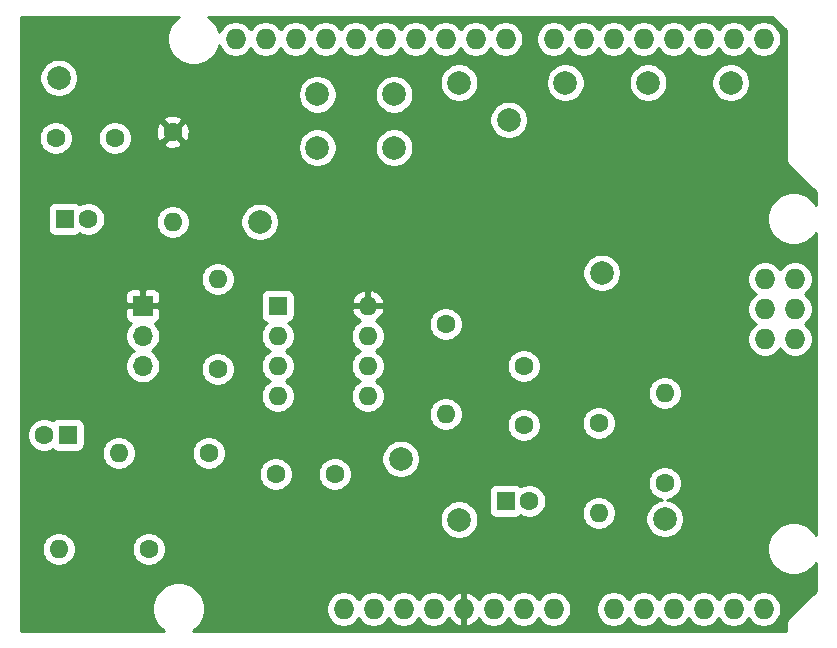
<source format=gbr>
%TF.GenerationSoftware,KiCad,Pcbnew,(5.1.5)-3*%
%TF.CreationDate,2020-05-16T01:35:25+02:00*%
%TF.ProjectId,DopplerShiftRadarModule,446f7070-6c65-4725-9368-696674526164,v1.1*%
%TF.SameCoordinates,Original*%
%TF.FileFunction,Copper,L3,Inr*%
%TF.FilePolarity,Positive*%
%FSLAX46Y46*%
G04 Gerber Fmt 4.6, Leading zero omitted, Abs format (unit mm)*
G04 Created by KiCad (PCBNEW (5.1.5)-3) date 2020-05-16 01:35:25*
%MOMM*%
%LPD*%
G04 APERTURE LIST*
%ADD10O,1.727200X1.727200*%
%ADD11R,1.600000X1.600000*%
%ADD12C,1.600000*%
%ADD13C,2.000000*%
%ADD14R,1.700000X1.700000*%
%ADD15O,1.700000X1.700000*%
%ADD16O,1.600000X1.600000*%
%ADD17C,0.800000*%
%ADD18C,0.254000*%
G04 APERTURE END LIST*
D10*
X145923000Y-102616000D03*
X145796000Y-130556000D03*
X143256000Y-130556000D03*
X140716000Y-130556000D03*
X138176000Y-130556000D03*
X135636000Y-130556000D03*
X110236000Y-130556000D03*
X116332000Y-82296000D03*
X113792000Y-82296000D03*
X111252000Y-82296000D03*
X106172000Y-82296000D03*
X103632000Y-82296000D03*
X101092000Y-82296000D03*
X118872000Y-82296000D03*
X121412000Y-82296000D03*
X123952000Y-82296000D03*
X108712000Y-82296000D03*
X128016000Y-82296000D03*
X130556000Y-82296000D03*
X133096000Y-82296000D03*
X135636000Y-82296000D03*
X138176000Y-82296000D03*
X140716000Y-82296000D03*
X143256000Y-82296000D03*
X145796000Y-82296000D03*
X112776000Y-130556000D03*
X115316000Y-130556000D03*
X117856000Y-130556000D03*
X120396000Y-130556000D03*
X122936000Y-130556000D03*
X125476000Y-130556000D03*
X128016000Y-130556000D03*
X133096000Y-130556000D03*
X148463000Y-102616000D03*
X145923000Y-105156000D03*
X148463000Y-105156000D03*
X148463000Y-107696000D03*
X145923000Y-107696000D03*
D11*
X86868000Y-115824000D03*
D12*
X84868000Y-115824000D03*
X88614000Y-97536000D03*
D11*
X86614000Y-97536000D03*
D12*
X104474000Y-119126000D03*
X109474000Y-119126000D03*
X85852000Y-90678000D03*
X90852000Y-90678000D03*
D11*
X123952000Y-121412000D03*
D12*
X125952000Y-121412000D03*
X125476000Y-109982000D03*
X125476000Y-114982000D03*
D13*
X137414000Y-122936000D03*
D14*
X93218000Y-104902000D03*
D15*
X93218000Y-107442000D03*
X93218000Y-109982000D03*
D13*
X132080000Y-102108000D03*
X86106000Y-85598000D03*
X120000000Y-123000000D03*
X103124000Y-97790000D03*
X124206000Y-89154000D03*
X115062000Y-117856000D03*
X120000000Y-86000000D03*
X143000000Y-86000000D03*
X136000000Y-86000000D03*
X129000000Y-86000000D03*
D16*
X95758000Y-97790000D03*
D12*
X95758000Y-90170000D03*
X99568000Y-110236000D03*
D16*
X99568000Y-102616000D03*
D12*
X93726000Y-125476000D03*
D16*
X86106000Y-125476000D03*
D12*
X98806000Y-117348000D03*
D16*
X91186000Y-117348000D03*
D12*
X131826000Y-114808000D03*
D16*
X131826000Y-122428000D03*
X118872000Y-114046000D03*
D12*
X118872000Y-106426000D03*
X137414000Y-119888000D03*
D16*
X137414000Y-112268000D03*
D13*
X108000000Y-91500000D03*
X108000000Y-87000000D03*
X114500000Y-91500000D03*
X114500000Y-87000000D03*
D11*
X104648000Y-104902000D03*
D16*
X112268000Y-112522000D03*
X104648000Y-107442000D03*
X112268000Y-109982000D03*
X104648000Y-109982000D03*
X112268000Y-107442000D03*
X104648000Y-112522000D03*
X112268000Y-104902000D03*
D17*
X113000000Y-99000000D03*
X118000000Y-101000000D03*
D18*
G36*
X96111271Y-80559962D02*
G01*
X95799962Y-80871271D01*
X95555369Y-81237331D01*
X95386890Y-81644075D01*
X95301000Y-82075872D01*
X95301000Y-82516128D01*
X95386890Y-82947925D01*
X95555369Y-83354669D01*
X95799962Y-83720729D01*
X96111271Y-84032038D01*
X96477331Y-84276631D01*
X96884075Y-84445110D01*
X97315872Y-84531000D01*
X97756128Y-84531000D01*
X98187925Y-84445110D01*
X98594669Y-84276631D01*
X98960729Y-84032038D01*
X99272038Y-83720729D01*
X99516631Y-83354669D01*
X99685110Y-82947925D01*
X99702906Y-82858460D01*
X99763958Y-83005853D01*
X99927961Y-83251302D01*
X100136698Y-83460039D01*
X100382147Y-83624042D01*
X100654875Y-83737010D01*
X100944401Y-83794600D01*
X101239599Y-83794600D01*
X101529125Y-83737010D01*
X101801853Y-83624042D01*
X102047302Y-83460039D01*
X102256039Y-83251302D01*
X102362000Y-83092719D01*
X102467961Y-83251302D01*
X102676698Y-83460039D01*
X102922147Y-83624042D01*
X103194875Y-83737010D01*
X103484401Y-83794600D01*
X103779599Y-83794600D01*
X104069125Y-83737010D01*
X104341853Y-83624042D01*
X104587302Y-83460039D01*
X104796039Y-83251302D01*
X104902000Y-83092719D01*
X105007961Y-83251302D01*
X105216698Y-83460039D01*
X105462147Y-83624042D01*
X105734875Y-83737010D01*
X106024401Y-83794600D01*
X106319599Y-83794600D01*
X106609125Y-83737010D01*
X106881853Y-83624042D01*
X107127302Y-83460039D01*
X107336039Y-83251302D01*
X107442000Y-83092719D01*
X107547961Y-83251302D01*
X107756698Y-83460039D01*
X108002147Y-83624042D01*
X108274875Y-83737010D01*
X108564401Y-83794600D01*
X108859599Y-83794600D01*
X109149125Y-83737010D01*
X109421853Y-83624042D01*
X109667302Y-83460039D01*
X109876039Y-83251302D01*
X109982000Y-83092719D01*
X110087961Y-83251302D01*
X110296698Y-83460039D01*
X110542147Y-83624042D01*
X110814875Y-83737010D01*
X111104401Y-83794600D01*
X111399599Y-83794600D01*
X111689125Y-83737010D01*
X111961853Y-83624042D01*
X112207302Y-83460039D01*
X112416039Y-83251302D01*
X112522000Y-83092719D01*
X112627961Y-83251302D01*
X112836698Y-83460039D01*
X113082147Y-83624042D01*
X113354875Y-83737010D01*
X113644401Y-83794600D01*
X113939599Y-83794600D01*
X114229125Y-83737010D01*
X114501853Y-83624042D01*
X114747302Y-83460039D01*
X114956039Y-83251302D01*
X115062000Y-83092719D01*
X115167961Y-83251302D01*
X115376698Y-83460039D01*
X115622147Y-83624042D01*
X115894875Y-83737010D01*
X116184401Y-83794600D01*
X116479599Y-83794600D01*
X116769125Y-83737010D01*
X117041853Y-83624042D01*
X117287302Y-83460039D01*
X117496039Y-83251302D01*
X117602000Y-83092719D01*
X117707961Y-83251302D01*
X117916698Y-83460039D01*
X118162147Y-83624042D01*
X118434875Y-83737010D01*
X118724401Y-83794600D01*
X119019599Y-83794600D01*
X119309125Y-83737010D01*
X119581853Y-83624042D01*
X119827302Y-83460039D01*
X120036039Y-83251302D01*
X120142000Y-83092719D01*
X120247961Y-83251302D01*
X120456698Y-83460039D01*
X120702147Y-83624042D01*
X120974875Y-83737010D01*
X121264401Y-83794600D01*
X121559599Y-83794600D01*
X121849125Y-83737010D01*
X122121853Y-83624042D01*
X122367302Y-83460039D01*
X122576039Y-83251302D01*
X122682000Y-83092719D01*
X122787961Y-83251302D01*
X122996698Y-83460039D01*
X123242147Y-83624042D01*
X123514875Y-83737010D01*
X123804401Y-83794600D01*
X124099599Y-83794600D01*
X124389125Y-83737010D01*
X124661853Y-83624042D01*
X124907302Y-83460039D01*
X125116039Y-83251302D01*
X125280042Y-83005853D01*
X125393010Y-82733125D01*
X125450600Y-82443599D01*
X125450600Y-82148401D01*
X126517400Y-82148401D01*
X126517400Y-82443599D01*
X126574990Y-82733125D01*
X126687958Y-83005853D01*
X126851961Y-83251302D01*
X127060698Y-83460039D01*
X127306147Y-83624042D01*
X127578875Y-83737010D01*
X127868401Y-83794600D01*
X128163599Y-83794600D01*
X128453125Y-83737010D01*
X128725853Y-83624042D01*
X128971302Y-83460039D01*
X129180039Y-83251302D01*
X129286000Y-83092719D01*
X129391961Y-83251302D01*
X129600698Y-83460039D01*
X129846147Y-83624042D01*
X130118875Y-83737010D01*
X130408401Y-83794600D01*
X130703599Y-83794600D01*
X130993125Y-83737010D01*
X131265853Y-83624042D01*
X131511302Y-83460039D01*
X131720039Y-83251302D01*
X131826000Y-83092719D01*
X131931961Y-83251302D01*
X132140698Y-83460039D01*
X132386147Y-83624042D01*
X132658875Y-83737010D01*
X132948401Y-83794600D01*
X133243599Y-83794600D01*
X133533125Y-83737010D01*
X133805853Y-83624042D01*
X134051302Y-83460039D01*
X134260039Y-83251302D01*
X134366000Y-83092719D01*
X134471961Y-83251302D01*
X134680698Y-83460039D01*
X134926147Y-83624042D01*
X135198875Y-83737010D01*
X135488401Y-83794600D01*
X135783599Y-83794600D01*
X136073125Y-83737010D01*
X136345853Y-83624042D01*
X136591302Y-83460039D01*
X136800039Y-83251302D01*
X136906000Y-83092719D01*
X137011961Y-83251302D01*
X137220698Y-83460039D01*
X137466147Y-83624042D01*
X137738875Y-83737010D01*
X138028401Y-83794600D01*
X138323599Y-83794600D01*
X138613125Y-83737010D01*
X138885853Y-83624042D01*
X139131302Y-83460039D01*
X139340039Y-83251302D01*
X139446000Y-83092719D01*
X139551961Y-83251302D01*
X139760698Y-83460039D01*
X140006147Y-83624042D01*
X140278875Y-83737010D01*
X140568401Y-83794600D01*
X140863599Y-83794600D01*
X141153125Y-83737010D01*
X141425853Y-83624042D01*
X141671302Y-83460039D01*
X141880039Y-83251302D01*
X141986000Y-83092719D01*
X142091961Y-83251302D01*
X142300698Y-83460039D01*
X142546147Y-83624042D01*
X142818875Y-83737010D01*
X143108401Y-83794600D01*
X143403599Y-83794600D01*
X143693125Y-83737010D01*
X143965853Y-83624042D01*
X144211302Y-83460039D01*
X144420039Y-83251302D01*
X144526000Y-83092719D01*
X144631961Y-83251302D01*
X144840698Y-83460039D01*
X145086147Y-83624042D01*
X145358875Y-83737010D01*
X145648401Y-83794600D01*
X145943599Y-83794600D01*
X146233125Y-83737010D01*
X146505853Y-83624042D01*
X146751302Y-83460039D01*
X146960039Y-83251302D01*
X147124042Y-83005853D01*
X147237010Y-82733125D01*
X147294600Y-82443599D01*
X147294600Y-82148401D01*
X147237010Y-81858875D01*
X147124042Y-81586147D01*
X146960039Y-81340698D01*
X146751302Y-81131961D01*
X146505853Y-80967958D01*
X146233125Y-80854990D01*
X145943599Y-80797400D01*
X145648401Y-80797400D01*
X145358875Y-80854990D01*
X145086147Y-80967958D01*
X144840698Y-81131961D01*
X144631961Y-81340698D01*
X144526000Y-81499281D01*
X144420039Y-81340698D01*
X144211302Y-81131961D01*
X143965853Y-80967958D01*
X143693125Y-80854990D01*
X143403599Y-80797400D01*
X143108401Y-80797400D01*
X142818875Y-80854990D01*
X142546147Y-80967958D01*
X142300698Y-81131961D01*
X142091961Y-81340698D01*
X141986000Y-81499281D01*
X141880039Y-81340698D01*
X141671302Y-81131961D01*
X141425853Y-80967958D01*
X141153125Y-80854990D01*
X140863599Y-80797400D01*
X140568401Y-80797400D01*
X140278875Y-80854990D01*
X140006147Y-80967958D01*
X139760698Y-81131961D01*
X139551961Y-81340698D01*
X139446000Y-81499281D01*
X139340039Y-81340698D01*
X139131302Y-81131961D01*
X138885853Y-80967958D01*
X138613125Y-80854990D01*
X138323599Y-80797400D01*
X138028401Y-80797400D01*
X137738875Y-80854990D01*
X137466147Y-80967958D01*
X137220698Y-81131961D01*
X137011961Y-81340698D01*
X136906000Y-81499281D01*
X136800039Y-81340698D01*
X136591302Y-81131961D01*
X136345853Y-80967958D01*
X136073125Y-80854990D01*
X135783599Y-80797400D01*
X135488401Y-80797400D01*
X135198875Y-80854990D01*
X134926147Y-80967958D01*
X134680698Y-81131961D01*
X134471961Y-81340698D01*
X134366000Y-81499281D01*
X134260039Y-81340698D01*
X134051302Y-81131961D01*
X133805853Y-80967958D01*
X133533125Y-80854990D01*
X133243599Y-80797400D01*
X132948401Y-80797400D01*
X132658875Y-80854990D01*
X132386147Y-80967958D01*
X132140698Y-81131961D01*
X131931961Y-81340698D01*
X131826000Y-81499281D01*
X131720039Y-81340698D01*
X131511302Y-81131961D01*
X131265853Y-80967958D01*
X130993125Y-80854990D01*
X130703599Y-80797400D01*
X130408401Y-80797400D01*
X130118875Y-80854990D01*
X129846147Y-80967958D01*
X129600698Y-81131961D01*
X129391961Y-81340698D01*
X129286000Y-81499281D01*
X129180039Y-81340698D01*
X128971302Y-81131961D01*
X128725853Y-80967958D01*
X128453125Y-80854990D01*
X128163599Y-80797400D01*
X127868401Y-80797400D01*
X127578875Y-80854990D01*
X127306147Y-80967958D01*
X127060698Y-81131961D01*
X126851961Y-81340698D01*
X126687958Y-81586147D01*
X126574990Y-81858875D01*
X126517400Y-82148401D01*
X125450600Y-82148401D01*
X125393010Y-81858875D01*
X125280042Y-81586147D01*
X125116039Y-81340698D01*
X124907302Y-81131961D01*
X124661853Y-80967958D01*
X124389125Y-80854990D01*
X124099599Y-80797400D01*
X123804401Y-80797400D01*
X123514875Y-80854990D01*
X123242147Y-80967958D01*
X122996698Y-81131961D01*
X122787961Y-81340698D01*
X122682000Y-81499281D01*
X122576039Y-81340698D01*
X122367302Y-81131961D01*
X122121853Y-80967958D01*
X121849125Y-80854990D01*
X121559599Y-80797400D01*
X121264401Y-80797400D01*
X120974875Y-80854990D01*
X120702147Y-80967958D01*
X120456698Y-81131961D01*
X120247961Y-81340698D01*
X120142000Y-81499281D01*
X120036039Y-81340698D01*
X119827302Y-81131961D01*
X119581853Y-80967958D01*
X119309125Y-80854990D01*
X119019599Y-80797400D01*
X118724401Y-80797400D01*
X118434875Y-80854990D01*
X118162147Y-80967958D01*
X117916698Y-81131961D01*
X117707961Y-81340698D01*
X117602000Y-81499281D01*
X117496039Y-81340698D01*
X117287302Y-81131961D01*
X117041853Y-80967958D01*
X116769125Y-80854990D01*
X116479599Y-80797400D01*
X116184401Y-80797400D01*
X115894875Y-80854990D01*
X115622147Y-80967958D01*
X115376698Y-81131961D01*
X115167961Y-81340698D01*
X115062000Y-81499281D01*
X114956039Y-81340698D01*
X114747302Y-81131961D01*
X114501853Y-80967958D01*
X114229125Y-80854990D01*
X113939599Y-80797400D01*
X113644401Y-80797400D01*
X113354875Y-80854990D01*
X113082147Y-80967958D01*
X112836698Y-81131961D01*
X112627961Y-81340698D01*
X112522000Y-81499281D01*
X112416039Y-81340698D01*
X112207302Y-81131961D01*
X111961853Y-80967958D01*
X111689125Y-80854990D01*
X111399599Y-80797400D01*
X111104401Y-80797400D01*
X110814875Y-80854990D01*
X110542147Y-80967958D01*
X110296698Y-81131961D01*
X110087961Y-81340698D01*
X109982000Y-81499281D01*
X109876039Y-81340698D01*
X109667302Y-81131961D01*
X109421853Y-80967958D01*
X109149125Y-80854990D01*
X108859599Y-80797400D01*
X108564401Y-80797400D01*
X108274875Y-80854990D01*
X108002147Y-80967958D01*
X107756698Y-81131961D01*
X107547961Y-81340698D01*
X107442000Y-81499281D01*
X107336039Y-81340698D01*
X107127302Y-81131961D01*
X106881853Y-80967958D01*
X106609125Y-80854990D01*
X106319599Y-80797400D01*
X106024401Y-80797400D01*
X105734875Y-80854990D01*
X105462147Y-80967958D01*
X105216698Y-81131961D01*
X105007961Y-81340698D01*
X104902000Y-81499281D01*
X104796039Y-81340698D01*
X104587302Y-81131961D01*
X104341853Y-80967958D01*
X104069125Y-80854990D01*
X103779599Y-80797400D01*
X103484401Y-80797400D01*
X103194875Y-80854990D01*
X102922147Y-80967958D01*
X102676698Y-81131961D01*
X102467961Y-81340698D01*
X102362000Y-81499281D01*
X102256039Y-81340698D01*
X102047302Y-81131961D01*
X101801853Y-80967958D01*
X101529125Y-80854990D01*
X101239599Y-80797400D01*
X100944401Y-80797400D01*
X100654875Y-80854990D01*
X100382147Y-80967958D01*
X100136698Y-81131961D01*
X99927961Y-81340698D01*
X99763958Y-81586147D01*
X99702906Y-81733540D01*
X99685110Y-81644075D01*
X99516631Y-81237331D01*
X99272038Y-80871271D01*
X98960729Y-80559962D01*
X98745274Y-80416000D01*
X146538620Y-80416000D01*
X147676000Y-81553381D01*
X147676001Y-92423581D01*
X147672808Y-92456000D01*
X147685551Y-92585382D01*
X147723290Y-92709792D01*
X147784575Y-92824450D01*
X147846386Y-92899766D01*
X147846389Y-92899769D01*
X147867053Y-92924948D01*
X147892232Y-92945612D01*
X150216000Y-95269381D01*
X150216000Y-96326726D01*
X150072038Y-96111271D01*
X149760729Y-95799962D01*
X149394669Y-95555369D01*
X148987925Y-95386890D01*
X148556128Y-95301000D01*
X148115872Y-95301000D01*
X147684075Y-95386890D01*
X147277331Y-95555369D01*
X146911271Y-95799962D01*
X146599962Y-96111271D01*
X146355369Y-96477331D01*
X146186890Y-96884075D01*
X146101000Y-97315872D01*
X146101000Y-97756128D01*
X146186890Y-98187925D01*
X146355369Y-98594669D01*
X146599962Y-98960729D01*
X146911271Y-99272038D01*
X147277331Y-99516631D01*
X147684075Y-99685110D01*
X148115872Y-99771000D01*
X148556128Y-99771000D01*
X148987925Y-99685110D01*
X149394669Y-99516631D01*
X149760729Y-99272038D01*
X150072038Y-98960729D01*
X150216000Y-98745274D01*
X150216001Y-124266727D01*
X150072038Y-124051271D01*
X149760729Y-123739962D01*
X149394669Y-123495369D01*
X148987925Y-123326890D01*
X148556128Y-123241000D01*
X148115872Y-123241000D01*
X147684075Y-123326890D01*
X147277331Y-123495369D01*
X146911271Y-123739962D01*
X146599962Y-124051271D01*
X146355369Y-124417331D01*
X146186890Y-124824075D01*
X146101000Y-125255872D01*
X146101000Y-125696128D01*
X146186890Y-126127925D01*
X146355369Y-126534669D01*
X146599962Y-126900729D01*
X146911271Y-127212038D01*
X147277331Y-127456631D01*
X147684075Y-127625110D01*
X148115872Y-127711000D01*
X148556128Y-127711000D01*
X148987925Y-127625110D01*
X149394669Y-127456631D01*
X149760729Y-127212038D01*
X150072038Y-126900729D01*
X150216001Y-126685273D01*
X150216001Y-128491572D01*
X150216000Y-128491582D01*
X150216000Y-129012619D01*
X147892236Y-131336384D01*
X147867052Y-131357052D01*
X147846386Y-131382234D01*
X147784575Y-131457550D01*
X147726452Y-131566293D01*
X147723290Y-131572208D01*
X147685550Y-131696618D01*
X147676000Y-131793582D01*
X147676000Y-131793591D01*
X147672808Y-131826000D01*
X147676000Y-131858409D01*
X147676000Y-132436000D01*
X97475274Y-132436000D01*
X97690729Y-132292038D01*
X98002038Y-131980729D01*
X98246631Y-131614669D01*
X98415110Y-131207925D01*
X98501000Y-130776128D01*
X98501000Y-130408401D01*
X108737400Y-130408401D01*
X108737400Y-130703599D01*
X108794990Y-130993125D01*
X108907958Y-131265853D01*
X109071961Y-131511302D01*
X109280698Y-131720039D01*
X109526147Y-131884042D01*
X109798875Y-131997010D01*
X110088401Y-132054600D01*
X110383599Y-132054600D01*
X110673125Y-131997010D01*
X110945853Y-131884042D01*
X111191302Y-131720039D01*
X111400039Y-131511302D01*
X111506000Y-131352719D01*
X111611961Y-131511302D01*
X111820698Y-131720039D01*
X112066147Y-131884042D01*
X112338875Y-131997010D01*
X112628401Y-132054600D01*
X112923599Y-132054600D01*
X113213125Y-131997010D01*
X113485853Y-131884042D01*
X113731302Y-131720039D01*
X113940039Y-131511302D01*
X114046000Y-131352719D01*
X114151961Y-131511302D01*
X114360698Y-131720039D01*
X114606147Y-131884042D01*
X114878875Y-131997010D01*
X115168401Y-132054600D01*
X115463599Y-132054600D01*
X115753125Y-131997010D01*
X116025853Y-131884042D01*
X116271302Y-131720039D01*
X116480039Y-131511302D01*
X116586000Y-131352719D01*
X116691961Y-131511302D01*
X116900698Y-131720039D01*
X117146147Y-131884042D01*
X117418875Y-131997010D01*
X117708401Y-132054600D01*
X118003599Y-132054600D01*
X118293125Y-131997010D01*
X118565853Y-131884042D01*
X118811302Y-131720039D01*
X119020039Y-131511302D01*
X119127692Y-131350187D01*
X119289146Y-131566293D01*
X119507512Y-131762817D01*
X119760022Y-131912964D01*
X120036973Y-132010963D01*
X120269000Y-131890464D01*
X120269000Y-130683000D01*
X120249000Y-130683000D01*
X120249000Y-130429000D01*
X120269000Y-130429000D01*
X120269000Y-129221536D01*
X120523000Y-129221536D01*
X120523000Y-130429000D01*
X120543000Y-130429000D01*
X120543000Y-130683000D01*
X120523000Y-130683000D01*
X120523000Y-131890464D01*
X120755027Y-132010963D01*
X121031978Y-131912964D01*
X121284488Y-131762817D01*
X121502854Y-131566293D01*
X121664308Y-131350187D01*
X121771961Y-131511302D01*
X121980698Y-131720039D01*
X122226147Y-131884042D01*
X122498875Y-131997010D01*
X122788401Y-132054600D01*
X123083599Y-132054600D01*
X123373125Y-131997010D01*
X123645853Y-131884042D01*
X123891302Y-131720039D01*
X124100039Y-131511302D01*
X124206000Y-131352719D01*
X124311961Y-131511302D01*
X124520698Y-131720039D01*
X124766147Y-131884042D01*
X125038875Y-131997010D01*
X125328401Y-132054600D01*
X125623599Y-132054600D01*
X125913125Y-131997010D01*
X126185853Y-131884042D01*
X126431302Y-131720039D01*
X126640039Y-131511302D01*
X126746000Y-131352719D01*
X126851961Y-131511302D01*
X127060698Y-131720039D01*
X127306147Y-131884042D01*
X127578875Y-131997010D01*
X127868401Y-132054600D01*
X128163599Y-132054600D01*
X128453125Y-131997010D01*
X128725853Y-131884042D01*
X128971302Y-131720039D01*
X129180039Y-131511302D01*
X129344042Y-131265853D01*
X129457010Y-130993125D01*
X129514600Y-130703599D01*
X129514600Y-130408401D01*
X131597400Y-130408401D01*
X131597400Y-130703599D01*
X131654990Y-130993125D01*
X131767958Y-131265853D01*
X131931961Y-131511302D01*
X132140698Y-131720039D01*
X132386147Y-131884042D01*
X132658875Y-131997010D01*
X132948401Y-132054600D01*
X133243599Y-132054600D01*
X133533125Y-131997010D01*
X133805853Y-131884042D01*
X134051302Y-131720039D01*
X134260039Y-131511302D01*
X134366000Y-131352719D01*
X134471961Y-131511302D01*
X134680698Y-131720039D01*
X134926147Y-131884042D01*
X135198875Y-131997010D01*
X135488401Y-132054600D01*
X135783599Y-132054600D01*
X136073125Y-131997010D01*
X136345853Y-131884042D01*
X136591302Y-131720039D01*
X136800039Y-131511302D01*
X136906000Y-131352719D01*
X137011961Y-131511302D01*
X137220698Y-131720039D01*
X137466147Y-131884042D01*
X137738875Y-131997010D01*
X138028401Y-132054600D01*
X138323599Y-132054600D01*
X138613125Y-131997010D01*
X138885853Y-131884042D01*
X139131302Y-131720039D01*
X139340039Y-131511302D01*
X139446000Y-131352719D01*
X139551961Y-131511302D01*
X139760698Y-131720039D01*
X140006147Y-131884042D01*
X140278875Y-131997010D01*
X140568401Y-132054600D01*
X140863599Y-132054600D01*
X141153125Y-131997010D01*
X141425853Y-131884042D01*
X141671302Y-131720039D01*
X141880039Y-131511302D01*
X141986000Y-131352719D01*
X142091961Y-131511302D01*
X142300698Y-131720039D01*
X142546147Y-131884042D01*
X142818875Y-131997010D01*
X143108401Y-132054600D01*
X143403599Y-132054600D01*
X143693125Y-131997010D01*
X143965853Y-131884042D01*
X144211302Y-131720039D01*
X144420039Y-131511302D01*
X144526000Y-131352719D01*
X144631961Y-131511302D01*
X144840698Y-131720039D01*
X145086147Y-131884042D01*
X145358875Y-131997010D01*
X145648401Y-132054600D01*
X145943599Y-132054600D01*
X146233125Y-131997010D01*
X146505853Y-131884042D01*
X146751302Y-131720039D01*
X146960039Y-131511302D01*
X147124042Y-131265853D01*
X147237010Y-130993125D01*
X147294600Y-130703599D01*
X147294600Y-130408401D01*
X147237010Y-130118875D01*
X147124042Y-129846147D01*
X146960039Y-129600698D01*
X146751302Y-129391961D01*
X146505853Y-129227958D01*
X146233125Y-129114990D01*
X145943599Y-129057400D01*
X145648401Y-129057400D01*
X145358875Y-129114990D01*
X145086147Y-129227958D01*
X144840698Y-129391961D01*
X144631961Y-129600698D01*
X144526000Y-129759281D01*
X144420039Y-129600698D01*
X144211302Y-129391961D01*
X143965853Y-129227958D01*
X143693125Y-129114990D01*
X143403599Y-129057400D01*
X143108401Y-129057400D01*
X142818875Y-129114990D01*
X142546147Y-129227958D01*
X142300698Y-129391961D01*
X142091961Y-129600698D01*
X141986000Y-129759281D01*
X141880039Y-129600698D01*
X141671302Y-129391961D01*
X141425853Y-129227958D01*
X141153125Y-129114990D01*
X140863599Y-129057400D01*
X140568401Y-129057400D01*
X140278875Y-129114990D01*
X140006147Y-129227958D01*
X139760698Y-129391961D01*
X139551961Y-129600698D01*
X139446000Y-129759281D01*
X139340039Y-129600698D01*
X139131302Y-129391961D01*
X138885853Y-129227958D01*
X138613125Y-129114990D01*
X138323599Y-129057400D01*
X138028401Y-129057400D01*
X137738875Y-129114990D01*
X137466147Y-129227958D01*
X137220698Y-129391961D01*
X137011961Y-129600698D01*
X136906000Y-129759281D01*
X136800039Y-129600698D01*
X136591302Y-129391961D01*
X136345853Y-129227958D01*
X136073125Y-129114990D01*
X135783599Y-129057400D01*
X135488401Y-129057400D01*
X135198875Y-129114990D01*
X134926147Y-129227958D01*
X134680698Y-129391961D01*
X134471961Y-129600698D01*
X134366000Y-129759281D01*
X134260039Y-129600698D01*
X134051302Y-129391961D01*
X133805853Y-129227958D01*
X133533125Y-129114990D01*
X133243599Y-129057400D01*
X132948401Y-129057400D01*
X132658875Y-129114990D01*
X132386147Y-129227958D01*
X132140698Y-129391961D01*
X131931961Y-129600698D01*
X131767958Y-129846147D01*
X131654990Y-130118875D01*
X131597400Y-130408401D01*
X129514600Y-130408401D01*
X129457010Y-130118875D01*
X129344042Y-129846147D01*
X129180039Y-129600698D01*
X128971302Y-129391961D01*
X128725853Y-129227958D01*
X128453125Y-129114990D01*
X128163599Y-129057400D01*
X127868401Y-129057400D01*
X127578875Y-129114990D01*
X127306147Y-129227958D01*
X127060698Y-129391961D01*
X126851961Y-129600698D01*
X126746000Y-129759281D01*
X126640039Y-129600698D01*
X126431302Y-129391961D01*
X126185853Y-129227958D01*
X125913125Y-129114990D01*
X125623599Y-129057400D01*
X125328401Y-129057400D01*
X125038875Y-129114990D01*
X124766147Y-129227958D01*
X124520698Y-129391961D01*
X124311961Y-129600698D01*
X124206000Y-129759281D01*
X124100039Y-129600698D01*
X123891302Y-129391961D01*
X123645853Y-129227958D01*
X123373125Y-129114990D01*
X123083599Y-129057400D01*
X122788401Y-129057400D01*
X122498875Y-129114990D01*
X122226147Y-129227958D01*
X121980698Y-129391961D01*
X121771961Y-129600698D01*
X121664308Y-129761813D01*
X121502854Y-129545707D01*
X121284488Y-129349183D01*
X121031978Y-129199036D01*
X120755027Y-129101037D01*
X120523000Y-129221536D01*
X120269000Y-129221536D01*
X120036973Y-129101037D01*
X119760022Y-129199036D01*
X119507512Y-129349183D01*
X119289146Y-129545707D01*
X119127692Y-129761813D01*
X119020039Y-129600698D01*
X118811302Y-129391961D01*
X118565853Y-129227958D01*
X118293125Y-129114990D01*
X118003599Y-129057400D01*
X117708401Y-129057400D01*
X117418875Y-129114990D01*
X117146147Y-129227958D01*
X116900698Y-129391961D01*
X116691961Y-129600698D01*
X116586000Y-129759281D01*
X116480039Y-129600698D01*
X116271302Y-129391961D01*
X116025853Y-129227958D01*
X115753125Y-129114990D01*
X115463599Y-129057400D01*
X115168401Y-129057400D01*
X114878875Y-129114990D01*
X114606147Y-129227958D01*
X114360698Y-129391961D01*
X114151961Y-129600698D01*
X114046000Y-129759281D01*
X113940039Y-129600698D01*
X113731302Y-129391961D01*
X113485853Y-129227958D01*
X113213125Y-129114990D01*
X112923599Y-129057400D01*
X112628401Y-129057400D01*
X112338875Y-129114990D01*
X112066147Y-129227958D01*
X111820698Y-129391961D01*
X111611961Y-129600698D01*
X111506000Y-129759281D01*
X111400039Y-129600698D01*
X111191302Y-129391961D01*
X110945853Y-129227958D01*
X110673125Y-129114990D01*
X110383599Y-129057400D01*
X110088401Y-129057400D01*
X109798875Y-129114990D01*
X109526147Y-129227958D01*
X109280698Y-129391961D01*
X109071961Y-129600698D01*
X108907958Y-129846147D01*
X108794990Y-130118875D01*
X108737400Y-130408401D01*
X98501000Y-130408401D01*
X98501000Y-130335872D01*
X98415110Y-129904075D01*
X98246631Y-129497331D01*
X98002038Y-129131271D01*
X97690729Y-128819962D01*
X97324669Y-128575369D01*
X96917925Y-128406890D01*
X96486128Y-128321000D01*
X96045872Y-128321000D01*
X95614075Y-128406890D01*
X95207331Y-128575369D01*
X94841271Y-128819962D01*
X94529962Y-129131271D01*
X94285369Y-129497331D01*
X94116890Y-129904075D01*
X94031000Y-130335872D01*
X94031000Y-130776128D01*
X94116890Y-131207925D01*
X94285369Y-131614669D01*
X94529962Y-131980729D01*
X94841271Y-132292038D01*
X95056726Y-132436000D01*
X82956000Y-132436000D01*
X82956000Y-125334665D01*
X84671000Y-125334665D01*
X84671000Y-125617335D01*
X84726147Y-125894574D01*
X84834320Y-126155727D01*
X84991363Y-126390759D01*
X85191241Y-126590637D01*
X85426273Y-126747680D01*
X85687426Y-126855853D01*
X85964665Y-126911000D01*
X86247335Y-126911000D01*
X86524574Y-126855853D01*
X86785727Y-126747680D01*
X87020759Y-126590637D01*
X87220637Y-126390759D01*
X87377680Y-126155727D01*
X87485853Y-125894574D01*
X87541000Y-125617335D01*
X87541000Y-125334665D01*
X92291000Y-125334665D01*
X92291000Y-125617335D01*
X92346147Y-125894574D01*
X92454320Y-126155727D01*
X92611363Y-126390759D01*
X92811241Y-126590637D01*
X93046273Y-126747680D01*
X93307426Y-126855853D01*
X93584665Y-126911000D01*
X93867335Y-126911000D01*
X94144574Y-126855853D01*
X94405727Y-126747680D01*
X94640759Y-126590637D01*
X94840637Y-126390759D01*
X94997680Y-126155727D01*
X95105853Y-125894574D01*
X95161000Y-125617335D01*
X95161000Y-125334665D01*
X95105853Y-125057426D01*
X94997680Y-124796273D01*
X94840637Y-124561241D01*
X94640759Y-124361363D01*
X94405727Y-124204320D01*
X94144574Y-124096147D01*
X93867335Y-124041000D01*
X93584665Y-124041000D01*
X93307426Y-124096147D01*
X93046273Y-124204320D01*
X92811241Y-124361363D01*
X92611363Y-124561241D01*
X92454320Y-124796273D01*
X92346147Y-125057426D01*
X92291000Y-125334665D01*
X87541000Y-125334665D01*
X87485853Y-125057426D01*
X87377680Y-124796273D01*
X87220637Y-124561241D01*
X87020759Y-124361363D01*
X86785727Y-124204320D01*
X86524574Y-124096147D01*
X86247335Y-124041000D01*
X85964665Y-124041000D01*
X85687426Y-124096147D01*
X85426273Y-124204320D01*
X85191241Y-124361363D01*
X84991363Y-124561241D01*
X84834320Y-124796273D01*
X84726147Y-125057426D01*
X84671000Y-125334665D01*
X82956000Y-125334665D01*
X82956000Y-122838967D01*
X118365000Y-122838967D01*
X118365000Y-123161033D01*
X118427832Y-123476912D01*
X118551082Y-123774463D01*
X118730013Y-124042252D01*
X118957748Y-124269987D01*
X119225537Y-124448918D01*
X119523088Y-124572168D01*
X119838967Y-124635000D01*
X120161033Y-124635000D01*
X120476912Y-124572168D01*
X120774463Y-124448918D01*
X121042252Y-124269987D01*
X121269987Y-124042252D01*
X121448918Y-123774463D01*
X121572168Y-123476912D01*
X121635000Y-123161033D01*
X121635000Y-122838967D01*
X121572168Y-122523088D01*
X121448918Y-122225537D01*
X121269987Y-121957748D01*
X121042252Y-121730013D01*
X120774463Y-121551082D01*
X120476912Y-121427832D01*
X120161033Y-121365000D01*
X119838967Y-121365000D01*
X119523088Y-121427832D01*
X119225537Y-121551082D01*
X118957748Y-121730013D01*
X118730013Y-121957748D01*
X118551082Y-122225537D01*
X118427832Y-122523088D01*
X118365000Y-122838967D01*
X82956000Y-122838967D01*
X82956000Y-120612000D01*
X122513928Y-120612000D01*
X122513928Y-122212000D01*
X122526188Y-122336482D01*
X122562498Y-122456180D01*
X122621463Y-122566494D01*
X122700815Y-122663185D01*
X122797506Y-122742537D01*
X122907820Y-122801502D01*
X123027518Y-122837812D01*
X123152000Y-122850072D01*
X124752000Y-122850072D01*
X124876482Y-122837812D01*
X124996180Y-122801502D01*
X125106494Y-122742537D01*
X125203185Y-122663185D01*
X125216790Y-122646607D01*
X125272273Y-122683680D01*
X125533426Y-122791853D01*
X125810665Y-122847000D01*
X126093335Y-122847000D01*
X126370574Y-122791853D01*
X126631727Y-122683680D01*
X126866759Y-122526637D01*
X127066637Y-122326759D01*
X127093426Y-122286665D01*
X130391000Y-122286665D01*
X130391000Y-122569335D01*
X130446147Y-122846574D01*
X130554320Y-123107727D01*
X130711363Y-123342759D01*
X130911241Y-123542637D01*
X131146273Y-123699680D01*
X131407426Y-123807853D01*
X131684665Y-123863000D01*
X131967335Y-123863000D01*
X132244574Y-123807853D01*
X132505727Y-123699680D01*
X132740759Y-123542637D01*
X132940637Y-123342759D01*
X133097680Y-123107727D01*
X133205853Y-122846574D01*
X133220096Y-122774967D01*
X135779000Y-122774967D01*
X135779000Y-123097033D01*
X135841832Y-123412912D01*
X135965082Y-123710463D01*
X136144013Y-123978252D01*
X136371748Y-124205987D01*
X136639537Y-124384918D01*
X136937088Y-124508168D01*
X137252967Y-124571000D01*
X137575033Y-124571000D01*
X137890912Y-124508168D01*
X138188463Y-124384918D01*
X138456252Y-124205987D01*
X138683987Y-123978252D01*
X138862918Y-123710463D01*
X138986168Y-123412912D01*
X139049000Y-123097033D01*
X139049000Y-122774967D01*
X138986168Y-122459088D01*
X138862918Y-122161537D01*
X138683987Y-121893748D01*
X138456252Y-121666013D01*
X138188463Y-121487082D01*
X137890912Y-121363832D01*
X137620484Y-121310041D01*
X137832574Y-121267853D01*
X138093727Y-121159680D01*
X138328759Y-121002637D01*
X138528637Y-120802759D01*
X138685680Y-120567727D01*
X138793853Y-120306574D01*
X138849000Y-120029335D01*
X138849000Y-119746665D01*
X138793853Y-119469426D01*
X138685680Y-119208273D01*
X138528637Y-118973241D01*
X138328759Y-118773363D01*
X138093727Y-118616320D01*
X137832574Y-118508147D01*
X137555335Y-118453000D01*
X137272665Y-118453000D01*
X136995426Y-118508147D01*
X136734273Y-118616320D01*
X136499241Y-118773363D01*
X136299363Y-118973241D01*
X136142320Y-119208273D01*
X136034147Y-119469426D01*
X135979000Y-119746665D01*
X135979000Y-120029335D01*
X136034147Y-120306574D01*
X136142320Y-120567727D01*
X136299363Y-120802759D01*
X136499241Y-121002637D01*
X136734273Y-121159680D01*
X136995426Y-121267853D01*
X137207516Y-121310041D01*
X136937088Y-121363832D01*
X136639537Y-121487082D01*
X136371748Y-121666013D01*
X136144013Y-121893748D01*
X135965082Y-122161537D01*
X135841832Y-122459088D01*
X135779000Y-122774967D01*
X133220096Y-122774967D01*
X133261000Y-122569335D01*
X133261000Y-122286665D01*
X133205853Y-122009426D01*
X133097680Y-121748273D01*
X132940637Y-121513241D01*
X132740759Y-121313363D01*
X132505727Y-121156320D01*
X132244574Y-121048147D01*
X131967335Y-120993000D01*
X131684665Y-120993000D01*
X131407426Y-121048147D01*
X131146273Y-121156320D01*
X130911241Y-121313363D01*
X130711363Y-121513241D01*
X130554320Y-121748273D01*
X130446147Y-122009426D01*
X130391000Y-122286665D01*
X127093426Y-122286665D01*
X127223680Y-122091727D01*
X127331853Y-121830574D01*
X127387000Y-121553335D01*
X127387000Y-121270665D01*
X127331853Y-120993426D01*
X127223680Y-120732273D01*
X127066637Y-120497241D01*
X126866759Y-120297363D01*
X126631727Y-120140320D01*
X126370574Y-120032147D01*
X126093335Y-119977000D01*
X125810665Y-119977000D01*
X125533426Y-120032147D01*
X125272273Y-120140320D01*
X125216790Y-120177393D01*
X125203185Y-120160815D01*
X125106494Y-120081463D01*
X124996180Y-120022498D01*
X124876482Y-119986188D01*
X124752000Y-119973928D01*
X123152000Y-119973928D01*
X123027518Y-119986188D01*
X122907820Y-120022498D01*
X122797506Y-120081463D01*
X122700815Y-120160815D01*
X122621463Y-120257506D01*
X122562498Y-120367820D01*
X122526188Y-120487518D01*
X122513928Y-120612000D01*
X82956000Y-120612000D01*
X82956000Y-118984665D01*
X103039000Y-118984665D01*
X103039000Y-119267335D01*
X103094147Y-119544574D01*
X103202320Y-119805727D01*
X103359363Y-120040759D01*
X103559241Y-120240637D01*
X103794273Y-120397680D01*
X104055426Y-120505853D01*
X104332665Y-120561000D01*
X104615335Y-120561000D01*
X104892574Y-120505853D01*
X105153727Y-120397680D01*
X105388759Y-120240637D01*
X105588637Y-120040759D01*
X105745680Y-119805727D01*
X105853853Y-119544574D01*
X105909000Y-119267335D01*
X105909000Y-118984665D01*
X108039000Y-118984665D01*
X108039000Y-119267335D01*
X108094147Y-119544574D01*
X108202320Y-119805727D01*
X108359363Y-120040759D01*
X108559241Y-120240637D01*
X108794273Y-120397680D01*
X109055426Y-120505853D01*
X109332665Y-120561000D01*
X109615335Y-120561000D01*
X109892574Y-120505853D01*
X110153727Y-120397680D01*
X110388759Y-120240637D01*
X110588637Y-120040759D01*
X110745680Y-119805727D01*
X110853853Y-119544574D01*
X110909000Y-119267335D01*
X110909000Y-118984665D01*
X110853853Y-118707426D01*
X110745680Y-118446273D01*
X110588637Y-118211241D01*
X110388759Y-118011363D01*
X110153727Y-117854320D01*
X109892574Y-117746147D01*
X109635279Y-117694967D01*
X113427000Y-117694967D01*
X113427000Y-118017033D01*
X113489832Y-118332912D01*
X113613082Y-118630463D01*
X113792013Y-118898252D01*
X114019748Y-119125987D01*
X114287537Y-119304918D01*
X114585088Y-119428168D01*
X114900967Y-119491000D01*
X115223033Y-119491000D01*
X115538912Y-119428168D01*
X115836463Y-119304918D01*
X116104252Y-119125987D01*
X116331987Y-118898252D01*
X116510918Y-118630463D01*
X116634168Y-118332912D01*
X116697000Y-118017033D01*
X116697000Y-117694967D01*
X116634168Y-117379088D01*
X116510918Y-117081537D01*
X116331987Y-116813748D01*
X116104252Y-116586013D01*
X115836463Y-116407082D01*
X115538912Y-116283832D01*
X115223033Y-116221000D01*
X114900967Y-116221000D01*
X114585088Y-116283832D01*
X114287537Y-116407082D01*
X114019748Y-116586013D01*
X113792013Y-116813748D01*
X113613082Y-117081537D01*
X113489832Y-117379088D01*
X113427000Y-117694967D01*
X109635279Y-117694967D01*
X109615335Y-117691000D01*
X109332665Y-117691000D01*
X109055426Y-117746147D01*
X108794273Y-117854320D01*
X108559241Y-118011363D01*
X108359363Y-118211241D01*
X108202320Y-118446273D01*
X108094147Y-118707426D01*
X108039000Y-118984665D01*
X105909000Y-118984665D01*
X105853853Y-118707426D01*
X105745680Y-118446273D01*
X105588637Y-118211241D01*
X105388759Y-118011363D01*
X105153727Y-117854320D01*
X104892574Y-117746147D01*
X104615335Y-117691000D01*
X104332665Y-117691000D01*
X104055426Y-117746147D01*
X103794273Y-117854320D01*
X103559241Y-118011363D01*
X103359363Y-118211241D01*
X103202320Y-118446273D01*
X103094147Y-118707426D01*
X103039000Y-118984665D01*
X82956000Y-118984665D01*
X82956000Y-115682665D01*
X83433000Y-115682665D01*
X83433000Y-115965335D01*
X83488147Y-116242574D01*
X83596320Y-116503727D01*
X83753363Y-116738759D01*
X83953241Y-116938637D01*
X84188273Y-117095680D01*
X84449426Y-117203853D01*
X84726665Y-117259000D01*
X85009335Y-117259000D01*
X85286574Y-117203853D01*
X85547727Y-117095680D01*
X85603210Y-117058607D01*
X85616815Y-117075185D01*
X85713506Y-117154537D01*
X85823820Y-117213502D01*
X85943518Y-117249812D01*
X86068000Y-117262072D01*
X87668000Y-117262072D01*
X87792482Y-117249812D01*
X87912180Y-117213502D01*
X87924970Y-117206665D01*
X89751000Y-117206665D01*
X89751000Y-117489335D01*
X89806147Y-117766574D01*
X89914320Y-118027727D01*
X90071363Y-118262759D01*
X90271241Y-118462637D01*
X90506273Y-118619680D01*
X90767426Y-118727853D01*
X91044665Y-118783000D01*
X91327335Y-118783000D01*
X91604574Y-118727853D01*
X91865727Y-118619680D01*
X92100759Y-118462637D01*
X92300637Y-118262759D01*
X92457680Y-118027727D01*
X92565853Y-117766574D01*
X92621000Y-117489335D01*
X92621000Y-117206665D01*
X97371000Y-117206665D01*
X97371000Y-117489335D01*
X97426147Y-117766574D01*
X97534320Y-118027727D01*
X97691363Y-118262759D01*
X97891241Y-118462637D01*
X98126273Y-118619680D01*
X98387426Y-118727853D01*
X98664665Y-118783000D01*
X98947335Y-118783000D01*
X99224574Y-118727853D01*
X99485727Y-118619680D01*
X99720759Y-118462637D01*
X99920637Y-118262759D01*
X100077680Y-118027727D01*
X100185853Y-117766574D01*
X100241000Y-117489335D01*
X100241000Y-117206665D01*
X100185853Y-116929426D01*
X100077680Y-116668273D01*
X99920637Y-116433241D01*
X99720759Y-116233363D01*
X99485727Y-116076320D01*
X99224574Y-115968147D01*
X98947335Y-115913000D01*
X98664665Y-115913000D01*
X98387426Y-115968147D01*
X98126273Y-116076320D01*
X97891241Y-116233363D01*
X97691363Y-116433241D01*
X97534320Y-116668273D01*
X97426147Y-116929426D01*
X97371000Y-117206665D01*
X92621000Y-117206665D01*
X92565853Y-116929426D01*
X92457680Y-116668273D01*
X92300637Y-116433241D01*
X92100759Y-116233363D01*
X91865727Y-116076320D01*
X91604574Y-115968147D01*
X91327335Y-115913000D01*
X91044665Y-115913000D01*
X90767426Y-115968147D01*
X90506273Y-116076320D01*
X90271241Y-116233363D01*
X90071363Y-116433241D01*
X89914320Y-116668273D01*
X89806147Y-116929426D01*
X89751000Y-117206665D01*
X87924970Y-117206665D01*
X88022494Y-117154537D01*
X88119185Y-117075185D01*
X88198537Y-116978494D01*
X88257502Y-116868180D01*
X88293812Y-116748482D01*
X88306072Y-116624000D01*
X88306072Y-115024000D01*
X88293812Y-114899518D01*
X88257502Y-114779820D01*
X88198537Y-114669506D01*
X88119185Y-114572815D01*
X88022494Y-114493463D01*
X87912180Y-114434498D01*
X87792482Y-114398188D01*
X87668000Y-114385928D01*
X86068000Y-114385928D01*
X85943518Y-114398188D01*
X85823820Y-114434498D01*
X85713506Y-114493463D01*
X85616815Y-114572815D01*
X85603210Y-114589393D01*
X85547727Y-114552320D01*
X85286574Y-114444147D01*
X85009335Y-114389000D01*
X84726665Y-114389000D01*
X84449426Y-114444147D01*
X84188273Y-114552320D01*
X83953241Y-114709363D01*
X83753363Y-114909241D01*
X83596320Y-115144273D01*
X83488147Y-115405426D01*
X83433000Y-115682665D01*
X82956000Y-115682665D01*
X82956000Y-105752000D01*
X91729928Y-105752000D01*
X91742188Y-105876482D01*
X91778498Y-105996180D01*
X91837463Y-106106494D01*
X91916815Y-106203185D01*
X92013506Y-106282537D01*
X92123820Y-106341502D01*
X92196380Y-106363513D01*
X92064525Y-106495368D01*
X91902010Y-106738589D01*
X91790068Y-107008842D01*
X91733000Y-107295740D01*
X91733000Y-107588260D01*
X91790068Y-107875158D01*
X91902010Y-108145411D01*
X92064525Y-108388632D01*
X92271368Y-108595475D01*
X92445760Y-108712000D01*
X92271368Y-108828525D01*
X92064525Y-109035368D01*
X91902010Y-109278589D01*
X91790068Y-109548842D01*
X91733000Y-109835740D01*
X91733000Y-110128260D01*
X91790068Y-110415158D01*
X91902010Y-110685411D01*
X92064525Y-110928632D01*
X92271368Y-111135475D01*
X92514589Y-111297990D01*
X92784842Y-111409932D01*
X93071740Y-111467000D01*
X93364260Y-111467000D01*
X93651158Y-111409932D01*
X93921411Y-111297990D01*
X94164632Y-111135475D01*
X94371475Y-110928632D01*
X94533990Y-110685411D01*
X94645932Y-110415158D01*
X94703000Y-110128260D01*
X94703000Y-110094665D01*
X98133000Y-110094665D01*
X98133000Y-110377335D01*
X98188147Y-110654574D01*
X98296320Y-110915727D01*
X98453363Y-111150759D01*
X98653241Y-111350637D01*
X98888273Y-111507680D01*
X99149426Y-111615853D01*
X99426665Y-111671000D01*
X99709335Y-111671000D01*
X99986574Y-111615853D01*
X100247727Y-111507680D01*
X100482759Y-111350637D01*
X100682637Y-111150759D01*
X100839680Y-110915727D01*
X100947853Y-110654574D01*
X101003000Y-110377335D01*
X101003000Y-110094665D01*
X100947853Y-109817426D01*
X100839680Y-109556273D01*
X100682637Y-109321241D01*
X100482759Y-109121363D01*
X100247727Y-108964320D01*
X99986574Y-108856147D01*
X99709335Y-108801000D01*
X99426665Y-108801000D01*
X99149426Y-108856147D01*
X98888273Y-108964320D01*
X98653241Y-109121363D01*
X98453363Y-109321241D01*
X98296320Y-109556273D01*
X98188147Y-109817426D01*
X98133000Y-110094665D01*
X94703000Y-110094665D01*
X94703000Y-109835740D01*
X94645932Y-109548842D01*
X94533990Y-109278589D01*
X94371475Y-109035368D01*
X94164632Y-108828525D01*
X93990240Y-108712000D01*
X94164632Y-108595475D01*
X94371475Y-108388632D01*
X94533990Y-108145411D01*
X94645932Y-107875158D01*
X94703000Y-107588260D01*
X94703000Y-107295740D01*
X94645932Y-107008842D01*
X94533990Y-106738589D01*
X94371475Y-106495368D01*
X94239620Y-106363513D01*
X94312180Y-106341502D01*
X94422494Y-106282537D01*
X94519185Y-106203185D01*
X94598537Y-106106494D01*
X94657502Y-105996180D01*
X94693812Y-105876482D01*
X94706072Y-105752000D01*
X94703000Y-105187750D01*
X94544250Y-105029000D01*
X93345000Y-105029000D01*
X93345000Y-105049000D01*
X93091000Y-105049000D01*
X93091000Y-105029000D01*
X91891750Y-105029000D01*
X91733000Y-105187750D01*
X91729928Y-105752000D01*
X82956000Y-105752000D01*
X82956000Y-104052000D01*
X91729928Y-104052000D01*
X91733000Y-104616250D01*
X91891750Y-104775000D01*
X93091000Y-104775000D01*
X93091000Y-103575750D01*
X93345000Y-103575750D01*
X93345000Y-104775000D01*
X94544250Y-104775000D01*
X94703000Y-104616250D01*
X94705799Y-104102000D01*
X103209928Y-104102000D01*
X103209928Y-105702000D01*
X103222188Y-105826482D01*
X103258498Y-105946180D01*
X103317463Y-106056494D01*
X103396815Y-106153185D01*
X103493506Y-106232537D01*
X103603820Y-106291502D01*
X103723518Y-106327812D01*
X103731961Y-106328643D01*
X103533363Y-106527241D01*
X103376320Y-106762273D01*
X103268147Y-107023426D01*
X103213000Y-107300665D01*
X103213000Y-107583335D01*
X103268147Y-107860574D01*
X103376320Y-108121727D01*
X103533363Y-108356759D01*
X103733241Y-108556637D01*
X103965759Y-108712000D01*
X103733241Y-108867363D01*
X103533363Y-109067241D01*
X103376320Y-109302273D01*
X103268147Y-109563426D01*
X103213000Y-109840665D01*
X103213000Y-110123335D01*
X103268147Y-110400574D01*
X103376320Y-110661727D01*
X103533363Y-110896759D01*
X103733241Y-111096637D01*
X103965759Y-111252000D01*
X103733241Y-111407363D01*
X103533363Y-111607241D01*
X103376320Y-111842273D01*
X103268147Y-112103426D01*
X103213000Y-112380665D01*
X103213000Y-112663335D01*
X103268147Y-112940574D01*
X103376320Y-113201727D01*
X103533363Y-113436759D01*
X103733241Y-113636637D01*
X103968273Y-113793680D01*
X104229426Y-113901853D01*
X104506665Y-113957000D01*
X104789335Y-113957000D01*
X105066574Y-113901853D01*
X105327727Y-113793680D01*
X105562759Y-113636637D01*
X105762637Y-113436759D01*
X105919680Y-113201727D01*
X106027853Y-112940574D01*
X106083000Y-112663335D01*
X106083000Y-112380665D01*
X106027853Y-112103426D01*
X105919680Y-111842273D01*
X105762637Y-111607241D01*
X105562759Y-111407363D01*
X105330241Y-111252000D01*
X105562759Y-111096637D01*
X105762637Y-110896759D01*
X105919680Y-110661727D01*
X106027853Y-110400574D01*
X106083000Y-110123335D01*
X106083000Y-109840665D01*
X106027853Y-109563426D01*
X105919680Y-109302273D01*
X105762637Y-109067241D01*
X105562759Y-108867363D01*
X105330241Y-108712000D01*
X105562759Y-108556637D01*
X105762637Y-108356759D01*
X105919680Y-108121727D01*
X106027853Y-107860574D01*
X106083000Y-107583335D01*
X106083000Y-107300665D01*
X110833000Y-107300665D01*
X110833000Y-107583335D01*
X110888147Y-107860574D01*
X110996320Y-108121727D01*
X111153363Y-108356759D01*
X111353241Y-108556637D01*
X111585759Y-108712000D01*
X111353241Y-108867363D01*
X111153363Y-109067241D01*
X110996320Y-109302273D01*
X110888147Y-109563426D01*
X110833000Y-109840665D01*
X110833000Y-110123335D01*
X110888147Y-110400574D01*
X110996320Y-110661727D01*
X111153363Y-110896759D01*
X111353241Y-111096637D01*
X111585759Y-111252000D01*
X111353241Y-111407363D01*
X111153363Y-111607241D01*
X110996320Y-111842273D01*
X110888147Y-112103426D01*
X110833000Y-112380665D01*
X110833000Y-112663335D01*
X110888147Y-112940574D01*
X110996320Y-113201727D01*
X111153363Y-113436759D01*
X111353241Y-113636637D01*
X111588273Y-113793680D01*
X111849426Y-113901853D01*
X112126665Y-113957000D01*
X112409335Y-113957000D01*
X112672437Y-113904665D01*
X117437000Y-113904665D01*
X117437000Y-114187335D01*
X117492147Y-114464574D01*
X117600320Y-114725727D01*
X117757363Y-114960759D01*
X117957241Y-115160637D01*
X118192273Y-115317680D01*
X118453426Y-115425853D01*
X118730665Y-115481000D01*
X119013335Y-115481000D01*
X119290574Y-115425853D01*
X119551727Y-115317680D01*
X119786759Y-115160637D01*
X119986637Y-114960759D01*
X120066881Y-114840665D01*
X124041000Y-114840665D01*
X124041000Y-115123335D01*
X124096147Y-115400574D01*
X124204320Y-115661727D01*
X124361363Y-115896759D01*
X124561241Y-116096637D01*
X124796273Y-116253680D01*
X125057426Y-116361853D01*
X125334665Y-116417000D01*
X125617335Y-116417000D01*
X125894574Y-116361853D01*
X126155727Y-116253680D01*
X126390759Y-116096637D01*
X126590637Y-115896759D01*
X126747680Y-115661727D01*
X126855853Y-115400574D01*
X126911000Y-115123335D01*
X126911000Y-114840665D01*
X126876389Y-114666665D01*
X130391000Y-114666665D01*
X130391000Y-114949335D01*
X130446147Y-115226574D01*
X130554320Y-115487727D01*
X130711363Y-115722759D01*
X130911241Y-115922637D01*
X131146273Y-116079680D01*
X131407426Y-116187853D01*
X131684665Y-116243000D01*
X131967335Y-116243000D01*
X132244574Y-116187853D01*
X132505727Y-116079680D01*
X132740759Y-115922637D01*
X132940637Y-115722759D01*
X133097680Y-115487727D01*
X133205853Y-115226574D01*
X133261000Y-114949335D01*
X133261000Y-114666665D01*
X133205853Y-114389426D01*
X133097680Y-114128273D01*
X132940637Y-113893241D01*
X132740759Y-113693363D01*
X132505727Y-113536320D01*
X132244574Y-113428147D01*
X131967335Y-113373000D01*
X131684665Y-113373000D01*
X131407426Y-113428147D01*
X131146273Y-113536320D01*
X130911241Y-113693363D01*
X130711363Y-113893241D01*
X130554320Y-114128273D01*
X130446147Y-114389426D01*
X130391000Y-114666665D01*
X126876389Y-114666665D01*
X126855853Y-114563426D01*
X126747680Y-114302273D01*
X126590637Y-114067241D01*
X126390759Y-113867363D01*
X126155727Y-113710320D01*
X125894574Y-113602147D01*
X125617335Y-113547000D01*
X125334665Y-113547000D01*
X125057426Y-113602147D01*
X124796273Y-113710320D01*
X124561241Y-113867363D01*
X124361363Y-114067241D01*
X124204320Y-114302273D01*
X124096147Y-114563426D01*
X124041000Y-114840665D01*
X120066881Y-114840665D01*
X120143680Y-114725727D01*
X120251853Y-114464574D01*
X120307000Y-114187335D01*
X120307000Y-113904665D01*
X120251853Y-113627426D01*
X120143680Y-113366273D01*
X119986637Y-113131241D01*
X119786759Y-112931363D01*
X119551727Y-112774320D01*
X119290574Y-112666147D01*
X119013335Y-112611000D01*
X118730665Y-112611000D01*
X118453426Y-112666147D01*
X118192273Y-112774320D01*
X117957241Y-112931363D01*
X117757363Y-113131241D01*
X117600320Y-113366273D01*
X117492147Y-113627426D01*
X117437000Y-113904665D01*
X112672437Y-113904665D01*
X112686574Y-113901853D01*
X112947727Y-113793680D01*
X113182759Y-113636637D01*
X113382637Y-113436759D01*
X113539680Y-113201727D01*
X113647853Y-112940574D01*
X113703000Y-112663335D01*
X113703000Y-112380665D01*
X113652476Y-112126665D01*
X135979000Y-112126665D01*
X135979000Y-112409335D01*
X136034147Y-112686574D01*
X136142320Y-112947727D01*
X136299363Y-113182759D01*
X136499241Y-113382637D01*
X136734273Y-113539680D01*
X136995426Y-113647853D01*
X137272665Y-113703000D01*
X137555335Y-113703000D01*
X137832574Y-113647853D01*
X138093727Y-113539680D01*
X138328759Y-113382637D01*
X138528637Y-113182759D01*
X138685680Y-112947727D01*
X138793853Y-112686574D01*
X138849000Y-112409335D01*
X138849000Y-112126665D01*
X138793853Y-111849426D01*
X138685680Y-111588273D01*
X138528637Y-111353241D01*
X138328759Y-111153363D01*
X138093727Y-110996320D01*
X137832574Y-110888147D01*
X137555335Y-110833000D01*
X137272665Y-110833000D01*
X136995426Y-110888147D01*
X136734273Y-110996320D01*
X136499241Y-111153363D01*
X136299363Y-111353241D01*
X136142320Y-111588273D01*
X136034147Y-111849426D01*
X135979000Y-112126665D01*
X113652476Y-112126665D01*
X113647853Y-112103426D01*
X113539680Y-111842273D01*
X113382637Y-111607241D01*
X113182759Y-111407363D01*
X112950241Y-111252000D01*
X113182759Y-111096637D01*
X113382637Y-110896759D01*
X113539680Y-110661727D01*
X113647853Y-110400574D01*
X113703000Y-110123335D01*
X113703000Y-109840665D01*
X124041000Y-109840665D01*
X124041000Y-110123335D01*
X124096147Y-110400574D01*
X124204320Y-110661727D01*
X124361363Y-110896759D01*
X124561241Y-111096637D01*
X124796273Y-111253680D01*
X125057426Y-111361853D01*
X125334665Y-111417000D01*
X125617335Y-111417000D01*
X125894574Y-111361853D01*
X126155727Y-111253680D01*
X126390759Y-111096637D01*
X126590637Y-110896759D01*
X126747680Y-110661727D01*
X126855853Y-110400574D01*
X126911000Y-110123335D01*
X126911000Y-109840665D01*
X126855853Y-109563426D01*
X126747680Y-109302273D01*
X126590637Y-109067241D01*
X126390759Y-108867363D01*
X126155727Y-108710320D01*
X125894574Y-108602147D01*
X125617335Y-108547000D01*
X125334665Y-108547000D01*
X125057426Y-108602147D01*
X124796273Y-108710320D01*
X124561241Y-108867363D01*
X124361363Y-109067241D01*
X124204320Y-109302273D01*
X124096147Y-109563426D01*
X124041000Y-109840665D01*
X113703000Y-109840665D01*
X113647853Y-109563426D01*
X113539680Y-109302273D01*
X113382637Y-109067241D01*
X113182759Y-108867363D01*
X112950241Y-108712000D01*
X113182759Y-108556637D01*
X113382637Y-108356759D01*
X113539680Y-108121727D01*
X113647853Y-107860574D01*
X113703000Y-107583335D01*
X113703000Y-107300665D01*
X113647853Y-107023426D01*
X113539680Y-106762273D01*
X113382637Y-106527241D01*
X113182759Y-106327363D01*
X113118857Y-106284665D01*
X117437000Y-106284665D01*
X117437000Y-106567335D01*
X117492147Y-106844574D01*
X117600320Y-107105727D01*
X117757363Y-107340759D01*
X117957241Y-107540637D01*
X118192273Y-107697680D01*
X118453426Y-107805853D01*
X118730665Y-107861000D01*
X119013335Y-107861000D01*
X119290574Y-107805853D01*
X119551727Y-107697680D01*
X119786759Y-107540637D01*
X119986637Y-107340759D01*
X120143680Y-107105727D01*
X120251853Y-106844574D01*
X120307000Y-106567335D01*
X120307000Y-106284665D01*
X120251853Y-106007426D01*
X120143680Y-105746273D01*
X119986637Y-105511241D01*
X119786759Y-105311363D01*
X119551727Y-105154320D01*
X119290574Y-105046147D01*
X119013335Y-104991000D01*
X118730665Y-104991000D01*
X118453426Y-105046147D01*
X118192273Y-105154320D01*
X117957241Y-105311363D01*
X117757363Y-105511241D01*
X117600320Y-105746273D01*
X117492147Y-106007426D01*
X117437000Y-106284665D01*
X113118857Y-106284665D01*
X112947727Y-106170320D01*
X112937135Y-106165933D01*
X113123131Y-106054385D01*
X113331519Y-105865414D01*
X113499037Y-105639420D01*
X113619246Y-105385087D01*
X113659904Y-105251039D01*
X113537915Y-105029000D01*
X112395000Y-105029000D01*
X112395000Y-105049000D01*
X112141000Y-105049000D01*
X112141000Y-105029000D01*
X110998085Y-105029000D01*
X110876096Y-105251039D01*
X110916754Y-105385087D01*
X111036963Y-105639420D01*
X111204481Y-105865414D01*
X111412869Y-106054385D01*
X111598865Y-106165933D01*
X111588273Y-106170320D01*
X111353241Y-106327363D01*
X111153363Y-106527241D01*
X110996320Y-106762273D01*
X110888147Y-107023426D01*
X110833000Y-107300665D01*
X106083000Y-107300665D01*
X106027853Y-107023426D01*
X105919680Y-106762273D01*
X105762637Y-106527241D01*
X105564039Y-106328643D01*
X105572482Y-106327812D01*
X105692180Y-106291502D01*
X105802494Y-106232537D01*
X105899185Y-106153185D01*
X105978537Y-106056494D01*
X106037502Y-105946180D01*
X106073812Y-105826482D01*
X106086072Y-105702000D01*
X106086072Y-104552961D01*
X110876096Y-104552961D01*
X110998085Y-104775000D01*
X112141000Y-104775000D01*
X112141000Y-103631376D01*
X112395000Y-103631376D01*
X112395000Y-104775000D01*
X113537915Y-104775000D01*
X113659904Y-104552961D01*
X113619246Y-104418913D01*
X113499037Y-104164580D01*
X113331519Y-103938586D01*
X113123131Y-103749615D01*
X112881881Y-103604930D01*
X112617040Y-103510091D01*
X112395000Y-103631376D01*
X112141000Y-103631376D01*
X111918960Y-103510091D01*
X111654119Y-103604930D01*
X111412869Y-103749615D01*
X111204481Y-103938586D01*
X111036963Y-104164580D01*
X110916754Y-104418913D01*
X110876096Y-104552961D01*
X106086072Y-104552961D01*
X106086072Y-104102000D01*
X106073812Y-103977518D01*
X106037502Y-103857820D01*
X105978537Y-103747506D01*
X105899185Y-103650815D01*
X105802494Y-103571463D01*
X105692180Y-103512498D01*
X105572482Y-103476188D01*
X105448000Y-103463928D01*
X103848000Y-103463928D01*
X103723518Y-103476188D01*
X103603820Y-103512498D01*
X103493506Y-103571463D01*
X103396815Y-103650815D01*
X103317463Y-103747506D01*
X103258498Y-103857820D01*
X103222188Y-103977518D01*
X103209928Y-104102000D01*
X94705799Y-104102000D01*
X94706072Y-104052000D01*
X94693812Y-103927518D01*
X94657502Y-103807820D01*
X94598537Y-103697506D01*
X94519185Y-103600815D01*
X94422494Y-103521463D01*
X94312180Y-103462498D01*
X94192482Y-103426188D01*
X94068000Y-103413928D01*
X93503750Y-103417000D01*
X93345000Y-103575750D01*
X93091000Y-103575750D01*
X92932250Y-103417000D01*
X92368000Y-103413928D01*
X92243518Y-103426188D01*
X92123820Y-103462498D01*
X92013506Y-103521463D01*
X91916815Y-103600815D01*
X91837463Y-103697506D01*
X91778498Y-103807820D01*
X91742188Y-103927518D01*
X91729928Y-104052000D01*
X82956000Y-104052000D01*
X82956000Y-102474665D01*
X98133000Y-102474665D01*
X98133000Y-102757335D01*
X98188147Y-103034574D01*
X98296320Y-103295727D01*
X98453363Y-103530759D01*
X98653241Y-103730637D01*
X98888273Y-103887680D01*
X99149426Y-103995853D01*
X99426665Y-104051000D01*
X99709335Y-104051000D01*
X99986574Y-103995853D01*
X100247727Y-103887680D01*
X100482759Y-103730637D01*
X100682637Y-103530759D01*
X100839680Y-103295727D01*
X100947853Y-103034574D01*
X101003000Y-102757335D01*
X101003000Y-102474665D01*
X100947853Y-102197426D01*
X100844110Y-101946967D01*
X130445000Y-101946967D01*
X130445000Y-102269033D01*
X130507832Y-102584912D01*
X130631082Y-102882463D01*
X130810013Y-103150252D01*
X131037748Y-103377987D01*
X131305537Y-103556918D01*
X131603088Y-103680168D01*
X131918967Y-103743000D01*
X132241033Y-103743000D01*
X132556912Y-103680168D01*
X132854463Y-103556918D01*
X133122252Y-103377987D01*
X133349987Y-103150252D01*
X133528918Y-102882463D01*
X133652168Y-102584912D01*
X133675343Y-102468401D01*
X144424400Y-102468401D01*
X144424400Y-102763599D01*
X144481990Y-103053125D01*
X144594958Y-103325853D01*
X144758961Y-103571302D01*
X144967698Y-103780039D01*
X145126281Y-103886000D01*
X144967698Y-103991961D01*
X144758961Y-104200698D01*
X144594958Y-104446147D01*
X144481990Y-104718875D01*
X144424400Y-105008401D01*
X144424400Y-105303599D01*
X144481990Y-105593125D01*
X144594958Y-105865853D01*
X144758961Y-106111302D01*
X144967698Y-106320039D01*
X145126281Y-106426000D01*
X144967698Y-106531961D01*
X144758961Y-106740698D01*
X144594958Y-106986147D01*
X144481990Y-107258875D01*
X144424400Y-107548401D01*
X144424400Y-107843599D01*
X144481990Y-108133125D01*
X144594958Y-108405853D01*
X144758961Y-108651302D01*
X144967698Y-108860039D01*
X145213147Y-109024042D01*
X145485875Y-109137010D01*
X145775401Y-109194600D01*
X146070599Y-109194600D01*
X146360125Y-109137010D01*
X146632853Y-109024042D01*
X146878302Y-108860039D01*
X147087039Y-108651302D01*
X147193000Y-108492719D01*
X147298961Y-108651302D01*
X147507698Y-108860039D01*
X147753147Y-109024042D01*
X148025875Y-109137010D01*
X148315401Y-109194600D01*
X148610599Y-109194600D01*
X148900125Y-109137010D01*
X149172853Y-109024042D01*
X149418302Y-108860039D01*
X149627039Y-108651302D01*
X149791042Y-108405853D01*
X149904010Y-108133125D01*
X149961600Y-107843599D01*
X149961600Y-107548401D01*
X149904010Y-107258875D01*
X149791042Y-106986147D01*
X149627039Y-106740698D01*
X149418302Y-106531961D01*
X149259719Y-106426000D01*
X149418302Y-106320039D01*
X149627039Y-106111302D01*
X149791042Y-105865853D01*
X149904010Y-105593125D01*
X149961600Y-105303599D01*
X149961600Y-105008401D01*
X149904010Y-104718875D01*
X149791042Y-104446147D01*
X149627039Y-104200698D01*
X149418302Y-103991961D01*
X149259719Y-103886000D01*
X149418302Y-103780039D01*
X149627039Y-103571302D01*
X149791042Y-103325853D01*
X149904010Y-103053125D01*
X149961600Y-102763599D01*
X149961600Y-102468401D01*
X149904010Y-102178875D01*
X149791042Y-101906147D01*
X149627039Y-101660698D01*
X149418302Y-101451961D01*
X149172853Y-101287958D01*
X148900125Y-101174990D01*
X148610599Y-101117400D01*
X148315401Y-101117400D01*
X148025875Y-101174990D01*
X147753147Y-101287958D01*
X147507698Y-101451961D01*
X147298961Y-101660698D01*
X147193000Y-101819281D01*
X147087039Y-101660698D01*
X146878302Y-101451961D01*
X146632853Y-101287958D01*
X146360125Y-101174990D01*
X146070599Y-101117400D01*
X145775401Y-101117400D01*
X145485875Y-101174990D01*
X145213147Y-101287958D01*
X144967698Y-101451961D01*
X144758961Y-101660698D01*
X144594958Y-101906147D01*
X144481990Y-102178875D01*
X144424400Y-102468401D01*
X133675343Y-102468401D01*
X133715000Y-102269033D01*
X133715000Y-101946967D01*
X133652168Y-101631088D01*
X133528918Y-101333537D01*
X133349987Y-101065748D01*
X133122252Y-100838013D01*
X132854463Y-100659082D01*
X132556912Y-100535832D01*
X132241033Y-100473000D01*
X131918967Y-100473000D01*
X131603088Y-100535832D01*
X131305537Y-100659082D01*
X131037748Y-100838013D01*
X130810013Y-101065748D01*
X130631082Y-101333537D01*
X130507832Y-101631088D01*
X130445000Y-101946967D01*
X100844110Y-101946967D01*
X100839680Y-101936273D01*
X100682637Y-101701241D01*
X100482759Y-101501363D01*
X100247727Y-101344320D01*
X99986574Y-101236147D01*
X99709335Y-101181000D01*
X99426665Y-101181000D01*
X99149426Y-101236147D01*
X98888273Y-101344320D01*
X98653241Y-101501363D01*
X98453363Y-101701241D01*
X98296320Y-101936273D01*
X98188147Y-102197426D01*
X98133000Y-102474665D01*
X82956000Y-102474665D01*
X82956000Y-96736000D01*
X85175928Y-96736000D01*
X85175928Y-98336000D01*
X85188188Y-98460482D01*
X85224498Y-98580180D01*
X85283463Y-98690494D01*
X85362815Y-98787185D01*
X85459506Y-98866537D01*
X85569820Y-98925502D01*
X85689518Y-98961812D01*
X85814000Y-98974072D01*
X87414000Y-98974072D01*
X87538482Y-98961812D01*
X87658180Y-98925502D01*
X87768494Y-98866537D01*
X87865185Y-98787185D01*
X87878790Y-98770607D01*
X87934273Y-98807680D01*
X88195426Y-98915853D01*
X88472665Y-98971000D01*
X88755335Y-98971000D01*
X89032574Y-98915853D01*
X89293727Y-98807680D01*
X89528759Y-98650637D01*
X89728637Y-98450759D01*
X89885680Y-98215727D01*
X89993853Y-97954574D01*
X90049000Y-97677335D01*
X90049000Y-97648665D01*
X94323000Y-97648665D01*
X94323000Y-97931335D01*
X94378147Y-98208574D01*
X94486320Y-98469727D01*
X94643363Y-98704759D01*
X94843241Y-98904637D01*
X95078273Y-99061680D01*
X95339426Y-99169853D01*
X95616665Y-99225000D01*
X95899335Y-99225000D01*
X96176574Y-99169853D01*
X96437727Y-99061680D01*
X96672759Y-98904637D01*
X96872637Y-98704759D01*
X97029680Y-98469727D01*
X97137853Y-98208574D01*
X97193000Y-97931335D01*
X97193000Y-97648665D01*
X97189082Y-97628967D01*
X101489000Y-97628967D01*
X101489000Y-97951033D01*
X101551832Y-98266912D01*
X101675082Y-98564463D01*
X101854013Y-98832252D01*
X102081748Y-99059987D01*
X102349537Y-99238918D01*
X102647088Y-99362168D01*
X102962967Y-99425000D01*
X103285033Y-99425000D01*
X103600912Y-99362168D01*
X103898463Y-99238918D01*
X104166252Y-99059987D01*
X104393987Y-98832252D01*
X104572918Y-98564463D01*
X104696168Y-98266912D01*
X104759000Y-97951033D01*
X104759000Y-97628967D01*
X104696168Y-97313088D01*
X104572918Y-97015537D01*
X104393987Y-96747748D01*
X104166252Y-96520013D01*
X103898463Y-96341082D01*
X103600912Y-96217832D01*
X103285033Y-96155000D01*
X102962967Y-96155000D01*
X102647088Y-96217832D01*
X102349537Y-96341082D01*
X102081748Y-96520013D01*
X101854013Y-96747748D01*
X101675082Y-97015537D01*
X101551832Y-97313088D01*
X101489000Y-97628967D01*
X97189082Y-97628967D01*
X97137853Y-97371426D01*
X97029680Y-97110273D01*
X96872637Y-96875241D01*
X96672759Y-96675363D01*
X96437727Y-96518320D01*
X96176574Y-96410147D01*
X95899335Y-96355000D01*
X95616665Y-96355000D01*
X95339426Y-96410147D01*
X95078273Y-96518320D01*
X94843241Y-96675363D01*
X94643363Y-96875241D01*
X94486320Y-97110273D01*
X94378147Y-97371426D01*
X94323000Y-97648665D01*
X90049000Y-97648665D01*
X90049000Y-97394665D01*
X89993853Y-97117426D01*
X89885680Y-96856273D01*
X89728637Y-96621241D01*
X89528759Y-96421363D01*
X89293727Y-96264320D01*
X89032574Y-96156147D01*
X88755335Y-96101000D01*
X88472665Y-96101000D01*
X88195426Y-96156147D01*
X87934273Y-96264320D01*
X87878790Y-96301393D01*
X87865185Y-96284815D01*
X87768494Y-96205463D01*
X87658180Y-96146498D01*
X87538482Y-96110188D01*
X87414000Y-96097928D01*
X85814000Y-96097928D01*
X85689518Y-96110188D01*
X85569820Y-96146498D01*
X85459506Y-96205463D01*
X85362815Y-96284815D01*
X85283463Y-96381506D01*
X85224498Y-96491820D01*
X85188188Y-96611518D01*
X85175928Y-96736000D01*
X82956000Y-96736000D01*
X82956000Y-90536665D01*
X84417000Y-90536665D01*
X84417000Y-90819335D01*
X84472147Y-91096574D01*
X84580320Y-91357727D01*
X84737363Y-91592759D01*
X84937241Y-91792637D01*
X85172273Y-91949680D01*
X85433426Y-92057853D01*
X85710665Y-92113000D01*
X85993335Y-92113000D01*
X86270574Y-92057853D01*
X86531727Y-91949680D01*
X86766759Y-91792637D01*
X86966637Y-91592759D01*
X87123680Y-91357727D01*
X87231853Y-91096574D01*
X87287000Y-90819335D01*
X87287000Y-90536665D01*
X89417000Y-90536665D01*
X89417000Y-90819335D01*
X89472147Y-91096574D01*
X89580320Y-91357727D01*
X89737363Y-91592759D01*
X89937241Y-91792637D01*
X90172273Y-91949680D01*
X90433426Y-92057853D01*
X90710665Y-92113000D01*
X90993335Y-92113000D01*
X91270574Y-92057853D01*
X91531727Y-91949680D01*
X91766759Y-91792637D01*
X91966637Y-91592759D01*
X92123680Y-91357727D01*
X92204461Y-91162702D01*
X94944903Y-91162702D01*
X95016486Y-91406671D01*
X95271996Y-91527571D01*
X95546184Y-91596300D01*
X95828512Y-91610217D01*
X96108130Y-91568787D01*
X96374292Y-91473603D01*
X96499514Y-91406671D01*
X96519379Y-91338967D01*
X106365000Y-91338967D01*
X106365000Y-91661033D01*
X106427832Y-91976912D01*
X106551082Y-92274463D01*
X106730013Y-92542252D01*
X106957748Y-92769987D01*
X107225537Y-92948918D01*
X107523088Y-93072168D01*
X107838967Y-93135000D01*
X108161033Y-93135000D01*
X108476912Y-93072168D01*
X108774463Y-92948918D01*
X109042252Y-92769987D01*
X109269987Y-92542252D01*
X109448918Y-92274463D01*
X109572168Y-91976912D01*
X109635000Y-91661033D01*
X109635000Y-91338967D01*
X112865000Y-91338967D01*
X112865000Y-91661033D01*
X112927832Y-91976912D01*
X113051082Y-92274463D01*
X113230013Y-92542252D01*
X113457748Y-92769987D01*
X113725537Y-92948918D01*
X114023088Y-93072168D01*
X114338967Y-93135000D01*
X114661033Y-93135000D01*
X114976912Y-93072168D01*
X115274463Y-92948918D01*
X115542252Y-92769987D01*
X115769987Y-92542252D01*
X115948918Y-92274463D01*
X116072168Y-91976912D01*
X116135000Y-91661033D01*
X116135000Y-91338967D01*
X116072168Y-91023088D01*
X115948918Y-90725537D01*
X115769987Y-90457748D01*
X115542252Y-90230013D01*
X115274463Y-90051082D01*
X114976912Y-89927832D01*
X114661033Y-89865000D01*
X114338967Y-89865000D01*
X114023088Y-89927832D01*
X113725537Y-90051082D01*
X113457748Y-90230013D01*
X113230013Y-90457748D01*
X113051082Y-90725537D01*
X112927832Y-91023088D01*
X112865000Y-91338967D01*
X109635000Y-91338967D01*
X109572168Y-91023088D01*
X109448918Y-90725537D01*
X109269987Y-90457748D01*
X109042252Y-90230013D01*
X108774463Y-90051082D01*
X108476912Y-89927832D01*
X108161033Y-89865000D01*
X107838967Y-89865000D01*
X107523088Y-89927832D01*
X107225537Y-90051082D01*
X106957748Y-90230013D01*
X106730013Y-90457748D01*
X106551082Y-90725537D01*
X106427832Y-91023088D01*
X106365000Y-91338967D01*
X96519379Y-91338967D01*
X96571097Y-91162702D01*
X95758000Y-90349605D01*
X94944903Y-91162702D01*
X92204461Y-91162702D01*
X92231853Y-91096574D01*
X92287000Y-90819335D01*
X92287000Y-90536665D01*
X92231853Y-90259426D01*
X92224019Y-90240512D01*
X94317783Y-90240512D01*
X94359213Y-90520130D01*
X94454397Y-90786292D01*
X94521329Y-90911514D01*
X94765298Y-90983097D01*
X95578395Y-90170000D01*
X95937605Y-90170000D01*
X96750702Y-90983097D01*
X96994671Y-90911514D01*
X97115571Y-90656004D01*
X97184300Y-90381816D01*
X97198217Y-90099488D01*
X97156787Y-89819870D01*
X97061603Y-89553708D01*
X96994671Y-89428486D01*
X96750702Y-89356903D01*
X95937605Y-90170000D01*
X95578395Y-90170000D01*
X94765298Y-89356903D01*
X94521329Y-89428486D01*
X94400429Y-89683996D01*
X94331700Y-89958184D01*
X94317783Y-90240512D01*
X92224019Y-90240512D01*
X92123680Y-89998273D01*
X91966637Y-89763241D01*
X91766759Y-89563363D01*
X91531727Y-89406320D01*
X91270574Y-89298147D01*
X90993335Y-89243000D01*
X90710665Y-89243000D01*
X90433426Y-89298147D01*
X90172273Y-89406320D01*
X89937241Y-89563363D01*
X89737363Y-89763241D01*
X89580320Y-89998273D01*
X89472147Y-90259426D01*
X89417000Y-90536665D01*
X87287000Y-90536665D01*
X87231853Y-90259426D01*
X87123680Y-89998273D01*
X86966637Y-89763241D01*
X86766759Y-89563363D01*
X86531727Y-89406320D01*
X86270574Y-89298147D01*
X85993335Y-89243000D01*
X85710665Y-89243000D01*
X85433426Y-89298147D01*
X85172273Y-89406320D01*
X84937241Y-89563363D01*
X84737363Y-89763241D01*
X84580320Y-89998273D01*
X84472147Y-90259426D01*
X84417000Y-90536665D01*
X82956000Y-90536665D01*
X82956000Y-89177298D01*
X94944903Y-89177298D01*
X95758000Y-89990395D01*
X96571097Y-89177298D01*
X96517013Y-88992967D01*
X122571000Y-88992967D01*
X122571000Y-89315033D01*
X122633832Y-89630912D01*
X122757082Y-89928463D01*
X122936013Y-90196252D01*
X123163748Y-90423987D01*
X123431537Y-90602918D01*
X123729088Y-90726168D01*
X124044967Y-90789000D01*
X124367033Y-90789000D01*
X124682912Y-90726168D01*
X124980463Y-90602918D01*
X125248252Y-90423987D01*
X125475987Y-90196252D01*
X125654918Y-89928463D01*
X125778168Y-89630912D01*
X125841000Y-89315033D01*
X125841000Y-88992967D01*
X125778168Y-88677088D01*
X125654918Y-88379537D01*
X125475987Y-88111748D01*
X125248252Y-87884013D01*
X124980463Y-87705082D01*
X124682912Y-87581832D01*
X124367033Y-87519000D01*
X124044967Y-87519000D01*
X123729088Y-87581832D01*
X123431537Y-87705082D01*
X123163748Y-87884013D01*
X122936013Y-88111748D01*
X122757082Y-88379537D01*
X122633832Y-88677088D01*
X122571000Y-88992967D01*
X96517013Y-88992967D01*
X96499514Y-88933329D01*
X96244004Y-88812429D01*
X95969816Y-88743700D01*
X95687488Y-88729783D01*
X95407870Y-88771213D01*
X95141708Y-88866397D01*
X95016486Y-88933329D01*
X94944903Y-89177298D01*
X82956000Y-89177298D01*
X82956000Y-85436967D01*
X84471000Y-85436967D01*
X84471000Y-85759033D01*
X84533832Y-86074912D01*
X84657082Y-86372463D01*
X84836013Y-86640252D01*
X85063748Y-86867987D01*
X85331537Y-87046918D01*
X85629088Y-87170168D01*
X85944967Y-87233000D01*
X86267033Y-87233000D01*
X86582912Y-87170168D01*
X86880463Y-87046918D01*
X87148252Y-86867987D01*
X87177272Y-86838967D01*
X106365000Y-86838967D01*
X106365000Y-87161033D01*
X106427832Y-87476912D01*
X106551082Y-87774463D01*
X106730013Y-88042252D01*
X106957748Y-88269987D01*
X107225537Y-88448918D01*
X107523088Y-88572168D01*
X107838967Y-88635000D01*
X108161033Y-88635000D01*
X108476912Y-88572168D01*
X108774463Y-88448918D01*
X109042252Y-88269987D01*
X109269987Y-88042252D01*
X109448918Y-87774463D01*
X109572168Y-87476912D01*
X109635000Y-87161033D01*
X109635000Y-86838967D01*
X112865000Y-86838967D01*
X112865000Y-87161033D01*
X112927832Y-87476912D01*
X113051082Y-87774463D01*
X113230013Y-88042252D01*
X113457748Y-88269987D01*
X113725537Y-88448918D01*
X114023088Y-88572168D01*
X114338967Y-88635000D01*
X114661033Y-88635000D01*
X114976912Y-88572168D01*
X115274463Y-88448918D01*
X115542252Y-88269987D01*
X115769987Y-88042252D01*
X115948918Y-87774463D01*
X116072168Y-87476912D01*
X116135000Y-87161033D01*
X116135000Y-86838967D01*
X116072168Y-86523088D01*
X115948918Y-86225537D01*
X115769987Y-85957748D01*
X115651206Y-85838967D01*
X118365000Y-85838967D01*
X118365000Y-86161033D01*
X118427832Y-86476912D01*
X118551082Y-86774463D01*
X118730013Y-87042252D01*
X118957748Y-87269987D01*
X119225537Y-87448918D01*
X119523088Y-87572168D01*
X119838967Y-87635000D01*
X120161033Y-87635000D01*
X120476912Y-87572168D01*
X120774463Y-87448918D01*
X121042252Y-87269987D01*
X121269987Y-87042252D01*
X121448918Y-86774463D01*
X121572168Y-86476912D01*
X121635000Y-86161033D01*
X121635000Y-85838967D01*
X127365000Y-85838967D01*
X127365000Y-86161033D01*
X127427832Y-86476912D01*
X127551082Y-86774463D01*
X127730013Y-87042252D01*
X127957748Y-87269987D01*
X128225537Y-87448918D01*
X128523088Y-87572168D01*
X128838967Y-87635000D01*
X129161033Y-87635000D01*
X129476912Y-87572168D01*
X129774463Y-87448918D01*
X130042252Y-87269987D01*
X130269987Y-87042252D01*
X130448918Y-86774463D01*
X130572168Y-86476912D01*
X130635000Y-86161033D01*
X130635000Y-85838967D01*
X134365000Y-85838967D01*
X134365000Y-86161033D01*
X134427832Y-86476912D01*
X134551082Y-86774463D01*
X134730013Y-87042252D01*
X134957748Y-87269987D01*
X135225537Y-87448918D01*
X135523088Y-87572168D01*
X135838967Y-87635000D01*
X136161033Y-87635000D01*
X136476912Y-87572168D01*
X136774463Y-87448918D01*
X137042252Y-87269987D01*
X137269987Y-87042252D01*
X137448918Y-86774463D01*
X137572168Y-86476912D01*
X137635000Y-86161033D01*
X137635000Y-85838967D01*
X141365000Y-85838967D01*
X141365000Y-86161033D01*
X141427832Y-86476912D01*
X141551082Y-86774463D01*
X141730013Y-87042252D01*
X141957748Y-87269987D01*
X142225537Y-87448918D01*
X142523088Y-87572168D01*
X142838967Y-87635000D01*
X143161033Y-87635000D01*
X143476912Y-87572168D01*
X143774463Y-87448918D01*
X144042252Y-87269987D01*
X144269987Y-87042252D01*
X144448918Y-86774463D01*
X144572168Y-86476912D01*
X144635000Y-86161033D01*
X144635000Y-85838967D01*
X144572168Y-85523088D01*
X144448918Y-85225537D01*
X144269987Y-84957748D01*
X144042252Y-84730013D01*
X143774463Y-84551082D01*
X143476912Y-84427832D01*
X143161033Y-84365000D01*
X142838967Y-84365000D01*
X142523088Y-84427832D01*
X142225537Y-84551082D01*
X141957748Y-84730013D01*
X141730013Y-84957748D01*
X141551082Y-85225537D01*
X141427832Y-85523088D01*
X141365000Y-85838967D01*
X137635000Y-85838967D01*
X137572168Y-85523088D01*
X137448918Y-85225537D01*
X137269987Y-84957748D01*
X137042252Y-84730013D01*
X136774463Y-84551082D01*
X136476912Y-84427832D01*
X136161033Y-84365000D01*
X135838967Y-84365000D01*
X135523088Y-84427832D01*
X135225537Y-84551082D01*
X134957748Y-84730013D01*
X134730013Y-84957748D01*
X134551082Y-85225537D01*
X134427832Y-85523088D01*
X134365000Y-85838967D01*
X130635000Y-85838967D01*
X130572168Y-85523088D01*
X130448918Y-85225537D01*
X130269987Y-84957748D01*
X130042252Y-84730013D01*
X129774463Y-84551082D01*
X129476912Y-84427832D01*
X129161033Y-84365000D01*
X128838967Y-84365000D01*
X128523088Y-84427832D01*
X128225537Y-84551082D01*
X127957748Y-84730013D01*
X127730013Y-84957748D01*
X127551082Y-85225537D01*
X127427832Y-85523088D01*
X127365000Y-85838967D01*
X121635000Y-85838967D01*
X121572168Y-85523088D01*
X121448918Y-85225537D01*
X121269987Y-84957748D01*
X121042252Y-84730013D01*
X120774463Y-84551082D01*
X120476912Y-84427832D01*
X120161033Y-84365000D01*
X119838967Y-84365000D01*
X119523088Y-84427832D01*
X119225537Y-84551082D01*
X118957748Y-84730013D01*
X118730013Y-84957748D01*
X118551082Y-85225537D01*
X118427832Y-85523088D01*
X118365000Y-85838967D01*
X115651206Y-85838967D01*
X115542252Y-85730013D01*
X115274463Y-85551082D01*
X114976912Y-85427832D01*
X114661033Y-85365000D01*
X114338967Y-85365000D01*
X114023088Y-85427832D01*
X113725537Y-85551082D01*
X113457748Y-85730013D01*
X113230013Y-85957748D01*
X113051082Y-86225537D01*
X112927832Y-86523088D01*
X112865000Y-86838967D01*
X109635000Y-86838967D01*
X109572168Y-86523088D01*
X109448918Y-86225537D01*
X109269987Y-85957748D01*
X109042252Y-85730013D01*
X108774463Y-85551082D01*
X108476912Y-85427832D01*
X108161033Y-85365000D01*
X107838967Y-85365000D01*
X107523088Y-85427832D01*
X107225537Y-85551082D01*
X106957748Y-85730013D01*
X106730013Y-85957748D01*
X106551082Y-86225537D01*
X106427832Y-86523088D01*
X106365000Y-86838967D01*
X87177272Y-86838967D01*
X87375987Y-86640252D01*
X87554918Y-86372463D01*
X87678168Y-86074912D01*
X87741000Y-85759033D01*
X87741000Y-85436967D01*
X87678168Y-85121088D01*
X87554918Y-84823537D01*
X87375987Y-84555748D01*
X87148252Y-84328013D01*
X86880463Y-84149082D01*
X86582912Y-84025832D01*
X86267033Y-83963000D01*
X85944967Y-83963000D01*
X85629088Y-84025832D01*
X85331537Y-84149082D01*
X85063748Y-84328013D01*
X84836013Y-84555748D01*
X84657082Y-84823537D01*
X84533832Y-85121088D01*
X84471000Y-85436967D01*
X82956000Y-85436967D01*
X82956000Y-80416000D01*
X96326726Y-80416000D01*
X96111271Y-80559962D01*
G37*
X96111271Y-80559962D02*
X95799962Y-80871271D01*
X95555369Y-81237331D01*
X95386890Y-81644075D01*
X95301000Y-82075872D01*
X95301000Y-82516128D01*
X95386890Y-82947925D01*
X95555369Y-83354669D01*
X95799962Y-83720729D01*
X96111271Y-84032038D01*
X96477331Y-84276631D01*
X96884075Y-84445110D01*
X97315872Y-84531000D01*
X97756128Y-84531000D01*
X98187925Y-84445110D01*
X98594669Y-84276631D01*
X98960729Y-84032038D01*
X99272038Y-83720729D01*
X99516631Y-83354669D01*
X99685110Y-82947925D01*
X99702906Y-82858460D01*
X99763958Y-83005853D01*
X99927961Y-83251302D01*
X100136698Y-83460039D01*
X100382147Y-83624042D01*
X100654875Y-83737010D01*
X100944401Y-83794600D01*
X101239599Y-83794600D01*
X101529125Y-83737010D01*
X101801853Y-83624042D01*
X102047302Y-83460039D01*
X102256039Y-83251302D01*
X102362000Y-83092719D01*
X102467961Y-83251302D01*
X102676698Y-83460039D01*
X102922147Y-83624042D01*
X103194875Y-83737010D01*
X103484401Y-83794600D01*
X103779599Y-83794600D01*
X104069125Y-83737010D01*
X104341853Y-83624042D01*
X104587302Y-83460039D01*
X104796039Y-83251302D01*
X104902000Y-83092719D01*
X105007961Y-83251302D01*
X105216698Y-83460039D01*
X105462147Y-83624042D01*
X105734875Y-83737010D01*
X106024401Y-83794600D01*
X106319599Y-83794600D01*
X106609125Y-83737010D01*
X106881853Y-83624042D01*
X107127302Y-83460039D01*
X107336039Y-83251302D01*
X107442000Y-83092719D01*
X107547961Y-83251302D01*
X107756698Y-83460039D01*
X108002147Y-83624042D01*
X108274875Y-83737010D01*
X108564401Y-83794600D01*
X108859599Y-83794600D01*
X109149125Y-83737010D01*
X109421853Y-83624042D01*
X109667302Y-83460039D01*
X109876039Y-83251302D01*
X109982000Y-83092719D01*
X110087961Y-83251302D01*
X110296698Y-83460039D01*
X110542147Y-83624042D01*
X110814875Y-83737010D01*
X111104401Y-83794600D01*
X111399599Y-83794600D01*
X111689125Y-83737010D01*
X111961853Y-83624042D01*
X112207302Y-83460039D01*
X112416039Y-83251302D01*
X112522000Y-83092719D01*
X112627961Y-83251302D01*
X112836698Y-83460039D01*
X113082147Y-83624042D01*
X113354875Y-83737010D01*
X113644401Y-83794600D01*
X113939599Y-83794600D01*
X114229125Y-83737010D01*
X114501853Y-83624042D01*
X114747302Y-83460039D01*
X114956039Y-83251302D01*
X115062000Y-83092719D01*
X115167961Y-83251302D01*
X115376698Y-83460039D01*
X115622147Y-83624042D01*
X115894875Y-83737010D01*
X116184401Y-83794600D01*
X116479599Y-83794600D01*
X116769125Y-83737010D01*
X117041853Y-83624042D01*
X117287302Y-83460039D01*
X117496039Y-83251302D01*
X117602000Y-83092719D01*
X117707961Y-83251302D01*
X117916698Y-83460039D01*
X118162147Y-83624042D01*
X118434875Y-83737010D01*
X118724401Y-83794600D01*
X119019599Y-83794600D01*
X119309125Y-83737010D01*
X119581853Y-83624042D01*
X119827302Y-83460039D01*
X120036039Y-83251302D01*
X120142000Y-83092719D01*
X120247961Y-83251302D01*
X120456698Y-83460039D01*
X120702147Y-83624042D01*
X120974875Y-83737010D01*
X121264401Y-83794600D01*
X121559599Y-83794600D01*
X121849125Y-83737010D01*
X122121853Y-83624042D01*
X122367302Y-83460039D01*
X122576039Y-83251302D01*
X122682000Y-83092719D01*
X122787961Y-83251302D01*
X122996698Y-83460039D01*
X123242147Y-83624042D01*
X123514875Y-83737010D01*
X123804401Y-83794600D01*
X124099599Y-83794600D01*
X124389125Y-83737010D01*
X124661853Y-83624042D01*
X124907302Y-83460039D01*
X125116039Y-83251302D01*
X125280042Y-83005853D01*
X125393010Y-82733125D01*
X125450600Y-82443599D01*
X125450600Y-82148401D01*
X126517400Y-82148401D01*
X126517400Y-82443599D01*
X126574990Y-82733125D01*
X126687958Y-83005853D01*
X126851961Y-83251302D01*
X127060698Y-83460039D01*
X127306147Y-83624042D01*
X127578875Y-83737010D01*
X127868401Y-83794600D01*
X128163599Y-83794600D01*
X128453125Y-83737010D01*
X128725853Y-83624042D01*
X128971302Y-83460039D01*
X129180039Y-83251302D01*
X129286000Y-83092719D01*
X129391961Y-83251302D01*
X129600698Y-83460039D01*
X129846147Y-83624042D01*
X130118875Y-83737010D01*
X130408401Y-83794600D01*
X130703599Y-83794600D01*
X130993125Y-83737010D01*
X131265853Y-83624042D01*
X131511302Y-83460039D01*
X131720039Y-83251302D01*
X131826000Y-83092719D01*
X131931961Y-83251302D01*
X132140698Y-83460039D01*
X132386147Y-83624042D01*
X132658875Y-83737010D01*
X132948401Y-83794600D01*
X133243599Y-83794600D01*
X133533125Y-83737010D01*
X133805853Y-83624042D01*
X134051302Y-83460039D01*
X134260039Y-83251302D01*
X134366000Y-83092719D01*
X134471961Y-83251302D01*
X134680698Y-83460039D01*
X134926147Y-83624042D01*
X135198875Y-83737010D01*
X135488401Y-83794600D01*
X135783599Y-83794600D01*
X136073125Y-83737010D01*
X136345853Y-83624042D01*
X136591302Y-83460039D01*
X136800039Y-83251302D01*
X136906000Y-83092719D01*
X137011961Y-83251302D01*
X137220698Y-83460039D01*
X137466147Y-83624042D01*
X137738875Y-83737010D01*
X138028401Y-83794600D01*
X138323599Y-83794600D01*
X138613125Y-83737010D01*
X138885853Y-83624042D01*
X139131302Y-83460039D01*
X139340039Y-83251302D01*
X139446000Y-83092719D01*
X139551961Y-83251302D01*
X139760698Y-83460039D01*
X140006147Y-83624042D01*
X140278875Y-83737010D01*
X140568401Y-83794600D01*
X140863599Y-83794600D01*
X141153125Y-83737010D01*
X141425853Y-83624042D01*
X141671302Y-83460039D01*
X141880039Y-83251302D01*
X141986000Y-83092719D01*
X142091961Y-83251302D01*
X142300698Y-83460039D01*
X142546147Y-83624042D01*
X142818875Y-83737010D01*
X143108401Y-83794600D01*
X143403599Y-83794600D01*
X143693125Y-83737010D01*
X143965853Y-83624042D01*
X144211302Y-83460039D01*
X144420039Y-83251302D01*
X144526000Y-83092719D01*
X144631961Y-83251302D01*
X144840698Y-83460039D01*
X145086147Y-83624042D01*
X145358875Y-83737010D01*
X145648401Y-83794600D01*
X145943599Y-83794600D01*
X146233125Y-83737010D01*
X146505853Y-83624042D01*
X146751302Y-83460039D01*
X146960039Y-83251302D01*
X147124042Y-83005853D01*
X147237010Y-82733125D01*
X147294600Y-82443599D01*
X147294600Y-82148401D01*
X147237010Y-81858875D01*
X147124042Y-81586147D01*
X146960039Y-81340698D01*
X146751302Y-81131961D01*
X146505853Y-80967958D01*
X146233125Y-80854990D01*
X145943599Y-80797400D01*
X145648401Y-80797400D01*
X145358875Y-80854990D01*
X145086147Y-80967958D01*
X144840698Y-81131961D01*
X144631961Y-81340698D01*
X144526000Y-81499281D01*
X144420039Y-81340698D01*
X144211302Y-81131961D01*
X143965853Y-80967958D01*
X143693125Y-80854990D01*
X143403599Y-80797400D01*
X143108401Y-80797400D01*
X142818875Y-80854990D01*
X142546147Y-80967958D01*
X142300698Y-81131961D01*
X142091961Y-81340698D01*
X141986000Y-81499281D01*
X141880039Y-81340698D01*
X141671302Y-81131961D01*
X141425853Y-80967958D01*
X141153125Y-80854990D01*
X140863599Y-80797400D01*
X140568401Y-80797400D01*
X140278875Y-80854990D01*
X140006147Y-80967958D01*
X139760698Y-81131961D01*
X139551961Y-81340698D01*
X139446000Y-81499281D01*
X139340039Y-81340698D01*
X139131302Y-81131961D01*
X138885853Y-80967958D01*
X138613125Y-80854990D01*
X138323599Y-80797400D01*
X138028401Y-80797400D01*
X137738875Y-80854990D01*
X137466147Y-80967958D01*
X137220698Y-81131961D01*
X137011961Y-81340698D01*
X136906000Y-81499281D01*
X136800039Y-81340698D01*
X136591302Y-81131961D01*
X136345853Y-80967958D01*
X136073125Y-80854990D01*
X135783599Y-80797400D01*
X135488401Y-80797400D01*
X135198875Y-80854990D01*
X134926147Y-80967958D01*
X134680698Y-81131961D01*
X134471961Y-81340698D01*
X134366000Y-81499281D01*
X134260039Y-81340698D01*
X134051302Y-81131961D01*
X133805853Y-80967958D01*
X133533125Y-80854990D01*
X133243599Y-80797400D01*
X132948401Y-80797400D01*
X132658875Y-80854990D01*
X132386147Y-80967958D01*
X132140698Y-81131961D01*
X131931961Y-81340698D01*
X131826000Y-81499281D01*
X131720039Y-81340698D01*
X131511302Y-81131961D01*
X131265853Y-80967958D01*
X130993125Y-80854990D01*
X130703599Y-80797400D01*
X130408401Y-80797400D01*
X130118875Y-80854990D01*
X129846147Y-80967958D01*
X129600698Y-81131961D01*
X129391961Y-81340698D01*
X129286000Y-81499281D01*
X129180039Y-81340698D01*
X128971302Y-81131961D01*
X128725853Y-80967958D01*
X128453125Y-80854990D01*
X128163599Y-80797400D01*
X127868401Y-80797400D01*
X127578875Y-80854990D01*
X127306147Y-80967958D01*
X127060698Y-81131961D01*
X126851961Y-81340698D01*
X126687958Y-81586147D01*
X126574990Y-81858875D01*
X126517400Y-82148401D01*
X125450600Y-82148401D01*
X125393010Y-81858875D01*
X125280042Y-81586147D01*
X125116039Y-81340698D01*
X124907302Y-81131961D01*
X124661853Y-80967958D01*
X124389125Y-80854990D01*
X124099599Y-80797400D01*
X123804401Y-80797400D01*
X123514875Y-80854990D01*
X123242147Y-80967958D01*
X122996698Y-81131961D01*
X122787961Y-81340698D01*
X122682000Y-81499281D01*
X122576039Y-81340698D01*
X122367302Y-81131961D01*
X122121853Y-80967958D01*
X121849125Y-80854990D01*
X121559599Y-80797400D01*
X121264401Y-80797400D01*
X120974875Y-80854990D01*
X120702147Y-80967958D01*
X120456698Y-81131961D01*
X120247961Y-81340698D01*
X120142000Y-81499281D01*
X120036039Y-81340698D01*
X119827302Y-81131961D01*
X119581853Y-80967958D01*
X119309125Y-80854990D01*
X119019599Y-80797400D01*
X118724401Y-80797400D01*
X118434875Y-80854990D01*
X118162147Y-80967958D01*
X117916698Y-81131961D01*
X117707961Y-81340698D01*
X117602000Y-81499281D01*
X117496039Y-81340698D01*
X117287302Y-81131961D01*
X117041853Y-80967958D01*
X116769125Y-80854990D01*
X116479599Y-80797400D01*
X116184401Y-80797400D01*
X115894875Y-80854990D01*
X115622147Y-80967958D01*
X115376698Y-81131961D01*
X115167961Y-81340698D01*
X115062000Y-81499281D01*
X114956039Y-81340698D01*
X114747302Y-81131961D01*
X114501853Y-80967958D01*
X114229125Y-80854990D01*
X113939599Y-80797400D01*
X113644401Y-80797400D01*
X113354875Y-80854990D01*
X113082147Y-80967958D01*
X112836698Y-81131961D01*
X112627961Y-81340698D01*
X112522000Y-81499281D01*
X112416039Y-81340698D01*
X112207302Y-81131961D01*
X111961853Y-80967958D01*
X111689125Y-80854990D01*
X111399599Y-80797400D01*
X111104401Y-80797400D01*
X110814875Y-80854990D01*
X110542147Y-80967958D01*
X110296698Y-81131961D01*
X110087961Y-81340698D01*
X109982000Y-81499281D01*
X109876039Y-81340698D01*
X109667302Y-81131961D01*
X109421853Y-80967958D01*
X109149125Y-80854990D01*
X108859599Y-80797400D01*
X108564401Y-80797400D01*
X108274875Y-80854990D01*
X108002147Y-80967958D01*
X107756698Y-81131961D01*
X107547961Y-81340698D01*
X107442000Y-81499281D01*
X107336039Y-81340698D01*
X107127302Y-81131961D01*
X106881853Y-80967958D01*
X106609125Y-80854990D01*
X106319599Y-80797400D01*
X106024401Y-80797400D01*
X105734875Y-80854990D01*
X105462147Y-80967958D01*
X105216698Y-81131961D01*
X105007961Y-81340698D01*
X104902000Y-81499281D01*
X104796039Y-81340698D01*
X104587302Y-81131961D01*
X104341853Y-80967958D01*
X104069125Y-80854990D01*
X103779599Y-80797400D01*
X103484401Y-80797400D01*
X103194875Y-80854990D01*
X102922147Y-80967958D01*
X102676698Y-81131961D01*
X102467961Y-81340698D01*
X102362000Y-81499281D01*
X102256039Y-81340698D01*
X102047302Y-81131961D01*
X101801853Y-80967958D01*
X101529125Y-80854990D01*
X101239599Y-80797400D01*
X100944401Y-80797400D01*
X100654875Y-80854990D01*
X100382147Y-80967958D01*
X100136698Y-81131961D01*
X99927961Y-81340698D01*
X99763958Y-81586147D01*
X99702906Y-81733540D01*
X99685110Y-81644075D01*
X99516631Y-81237331D01*
X99272038Y-80871271D01*
X98960729Y-80559962D01*
X98745274Y-80416000D01*
X146538620Y-80416000D01*
X147676000Y-81553381D01*
X147676001Y-92423581D01*
X147672808Y-92456000D01*
X147685551Y-92585382D01*
X147723290Y-92709792D01*
X147784575Y-92824450D01*
X147846386Y-92899766D01*
X147846389Y-92899769D01*
X147867053Y-92924948D01*
X147892232Y-92945612D01*
X150216000Y-95269381D01*
X150216000Y-96326726D01*
X150072038Y-96111271D01*
X149760729Y-95799962D01*
X149394669Y-95555369D01*
X148987925Y-95386890D01*
X148556128Y-95301000D01*
X148115872Y-95301000D01*
X147684075Y-95386890D01*
X147277331Y-95555369D01*
X146911271Y-95799962D01*
X146599962Y-96111271D01*
X146355369Y-96477331D01*
X146186890Y-96884075D01*
X146101000Y-97315872D01*
X146101000Y-97756128D01*
X146186890Y-98187925D01*
X146355369Y-98594669D01*
X146599962Y-98960729D01*
X146911271Y-99272038D01*
X147277331Y-99516631D01*
X147684075Y-99685110D01*
X148115872Y-99771000D01*
X148556128Y-99771000D01*
X148987925Y-99685110D01*
X149394669Y-99516631D01*
X149760729Y-99272038D01*
X150072038Y-98960729D01*
X150216000Y-98745274D01*
X150216001Y-124266727D01*
X150072038Y-124051271D01*
X149760729Y-123739962D01*
X149394669Y-123495369D01*
X148987925Y-123326890D01*
X148556128Y-123241000D01*
X148115872Y-123241000D01*
X147684075Y-123326890D01*
X147277331Y-123495369D01*
X146911271Y-123739962D01*
X146599962Y-124051271D01*
X146355369Y-124417331D01*
X146186890Y-124824075D01*
X146101000Y-125255872D01*
X146101000Y-125696128D01*
X146186890Y-126127925D01*
X146355369Y-126534669D01*
X146599962Y-126900729D01*
X146911271Y-127212038D01*
X147277331Y-127456631D01*
X147684075Y-127625110D01*
X148115872Y-127711000D01*
X148556128Y-127711000D01*
X148987925Y-127625110D01*
X149394669Y-127456631D01*
X149760729Y-127212038D01*
X150072038Y-126900729D01*
X150216001Y-126685273D01*
X150216001Y-128491572D01*
X150216000Y-128491582D01*
X150216000Y-129012619D01*
X147892236Y-131336384D01*
X147867052Y-131357052D01*
X147846386Y-131382234D01*
X147784575Y-131457550D01*
X147726452Y-131566293D01*
X147723290Y-131572208D01*
X147685550Y-131696618D01*
X147676000Y-131793582D01*
X147676000Y-131793591D01*
X147672808Y-131826000D01*
X147676000Y-131858409D01*
X147676000Y-132436000D01*
X97475274Y-132436000D01*
X97690729Y-132292038D01*
X98002038Y-131980729D01*
X98246631Y-131614669D01*
X98415110Y-131207925D01*
X98501000Y-130776128D01*
X98501000Y-130408401D01*
X108737400Y-130408401D01*
X108737400Y-130703599D01*
X108794990Y-130993125D01*
X108907958Y-131265853D01*
X109071961Y-131511302D01*
X109280698Y-131720039D01*
X109526147Y-131884042D01*
X109798875Y-131997010D01*
X110088401Y-132054600D01*
X110383599Y-132054600D01*
X110673125Y-131997010D01*
X110945853Y-131884042D01*
X111191302Y-131720039D01*
X111400039Y-131511302D01*
X111506000Y-131352719D01*
X111611961Y-131511302D01*
X111820698Y-131720039D01*
X112066147Y-131884042D01*
X112338875Y-131997010D01*
X112628401Y-132054600D01*
X112923599Y-132054600D01*
X113213125Y-131997010D01*
X113485853Y-131884042D01*
X113731302Y-131720039D01*
X113940039Y-131511302D01*
X114046000Y-131352719D01*
X114151961Y-131511302D01*
X114360698Y-131720039D01*
X114606147Y-131884042D01*
X114878875Y-131997010D01*
X115168401Y-132054600D01*
X115463599Y-132054600D01*
X115753125Y-131997010D01*
X116025853Y-131884042D01*
X116271302Y-131720039D01*
X116480039Y-131511302D01*
X116586000Y-131352719D01*
X116691961Y-131511302D01*
X116900698Y-131720039D01*
X117146147Y-131884042D01*
X117418875Y-131997010D01*
X117708401Y-132054600D01*
X118003599Y-132054600D01*
X118293125Y-131997010D01*
X118565853Y-131884042D01*
X118811302Y-131720039D01*
X119020039Y-131511302D01*
X119127692Y-131350187D01*
X119289146Y-131566293D01*
X119507512Y-131762817D01*
X119760022Y-131912964D01*
X120036973Y-132010963D01*
X120269000Y-131890464D01*
X120269000Y-130683000D01*
X120249000Y-130683000D01*
X120249000Y-130429000D01*
X120269000Y-130429000D01*
X120269000Y-129221536D01*
X120523000Y-129221536D01*
X120523000Y-130429000D01*
X120543000Y-130429000D01*
X120543000Y-130683000D01*
X120523000Y-130683000D01*
X120523000Y-131890464D01*
X120755027Y-132010963D01*
X121031978Y-131912964D01*
X121284488Y-131762817D01*
X121502854Y-131566293D01*
X121664308Y-131350187D01*
X121771961Y-131511302D01*
X121980698Y-131720039D01*
X122226147Y-131884042D01*
X122498875Y-131997010D01*
X122788401Y-132054600D01*
X123083599Y-132054600D01*
X123373125Y-131997010D01*
X123645853Y-131884042D01*
X123891302Y-131720039D01*
X124100039Y-131511302D01*
X124206000Y-131352719D01*
X124311961Y-131511302D01*
X124520698Y-131720039D01*
X124766147Y-131884042D01*
X125038875Y-131997010D01*
X125328401Y-132054600D01*
X125623599Y-132054600D01*
X125913125Y-131997010D01*
X126185853Y-131884042D01*
X126431302Y-131720039D01*
X126640039Y-131511302D01*
X126746000Y-131352719D01*
X126851961Y-131511302D01*
X127060698Y-131720039D01*
X127306147Y-131884042D01*
X127578875Y-131997010D01*
X127868401Y-132054600D01*
X128163599Y-132054600D01*
X128453125Y-131997010D01*
X128725853Y-131884042D01*
X128971302Y-131720039D01*
X129180039Y-131511302D01*
X129344042Y-131265853D01*
X129457010Y-130993125D01*
X129514600Y-130703599D01*
X129514600Y-130408401D01*
X131597400Y-130408401D01*
X131597400Y-130703599D01*
X131654990Y-130993125D01*
X131767958Y-131265853D01*
X131931961Y-131511302D01*
X132140698Y-131720039D01*
X132386147Y-131884042D01*
X132658875Y-131997010D01*
X132948401Y-132054600D01*
X133243599Y-132054600D01*
X133533125Y-131997010D01*
X133805853Y-131884042D01*
X134051302Y-131720039D01*
X134260039Y-131511302D01*
X134366000Y-131352719D01*
X134471961Y-131511302D01*
X134680698Y-131720039D01*
X134926147Y-131884042D01*
X135198875Y-131997010D01*
X135488401Y-132054600D01*
X135783599Y-132054600D01*
X136073125Y-131997010D01*
X136345853Y-131884042D01*
X136591302Y-131720039D01*
X136800039Y-131511302D01*
X136906000Y-131352719D01*
X137011961Y-131511302D01*
X137220698Y-131720039D01*
X137466147Y-131884042D01*
X137738875Y-131997010D01*
X138028401Y-132054600D01*
X138323599Y-132054600D01*
X138613125Y-131997010D01*
X138885853Y-131884042D01*
X139131302Y-131720039D01*
X139340039Y-131511302D01*
X139446000Y-131352719D01*
X139551961Y-131511302D01*
X139760698Y-131720039D01*
X140006147Y-131884042D01*
X140278875Y-131997010D01*
X140568401Y-132054600D01*
X140863599Y-132054600D01*
X141153125Y-131997010D01*
X141425853Y-131884042D01*
X141671302Y-131720039D01*
X141880039Y-131511302D01*
X141986000Y-131352719D01*
X142091961Y-131511302D01*
X142300698Y-131720039D01*
X142546147Y-131884042D01*
X142818875Y-131997010D01*
X143108401Y-132054600D01*
X143403599Y-132054600D01*
X143693125Y-131997010D01*
X143965853Y-131884042D01*
X144211302Y-131720039D01*
X144420039Y-131511302D01*
X144526000Y-131352719D01*
X144631961Y-131511302D01*
X144840698Y-131720039D01*
X145086147Y-131884042D01*
X145358875Y-131997010D01*
X145648401Y-132054600D01*
X145943599Y-132054600D01*
X146233125Y-131997010D01*
X146505853Y-131884042D01*
X146751302Y-131720039D01*
X146960039Y-131511302D01*
X147124042Y-131265853D01*
X147237010Y-130993125D01*
X147294600Y-130703599D01*
X147294600Y-130408401D01*
X147237010Y-130118875D01*
X147124042Y-129846147D01*
X146960039Y-129600698D01*
X146751302Y-129391961D01*
X146505853Y-129227958D01*
X146233125Y-129114990D01*
X145943599Y-129057400D01*
X145648401Y-129057400D01*
X145358875Y-129114990D01*
X145086147Y-129227958D01*
X144840698Y-129391961D01*
X144631961Y-129600698D01*
X144526000Y-129759281D01*
X144420039Y-129600698D01*
X144211302Y-129391961D01*
X143965853Y-129227958D01*
X143693125Y-129114990D01*
X143403599Y-129057400D01*
X143108401Y-129057400D01*
X142818875Y-129114990D01*
X142546147Y-129227958D01*
X142300698Y-129391961D01*
X142091961Y-129600698D01*
X141986000Y-129759281D01*
X141880039Y-129600698D01*
X141671302Y-129391961D01*
X141425853Y-129227958D01*
X141153125Y-129114990D01*
X140863599Y-129057400D01*
X140568401Y-129057400D01*
X140278875Y-129114990D01*
X140006147Y-129227958D01*
X139760698Y-129391961D01*
X139551961Y-129600698D01*
X139446000Y-129759281D01*
X139340039Y-129600698D01*
X139131302Y-129391961D01*
X138885853Y-129227958D01*
X138613125Y-129114990D01*
X138323599Y-129057400D01*
X138028401Y-129057400D01*
X137738875Y-129114990D01*
X137466147Y-129227958D01*
X137220698Y-129391961D01*
X137011961Y-129600698D01*
X136906000Y-129759281D01*
X136800039Y-129600698D01*
X136591302Y-129391961D01*
X136345853Y-129227958D01*
X136073125Y-129114990D01*
X135783599Y-129057400D01*
X135488401Y-129057400D01*
X135198875Y-129114990D01*
X134926147Y-129227958D01*
X134680698Y-129391961D01*
X134471961Y-129600698D01*
X134366000Y-129759281D01*
X134260039Y-129600698D01*
X134051302Y-129391961D01*
X133805853Y-129227958D01*
X133533125Y-129114990D01*
X133243599Y-129057400D01*
X132948401Y-129057400D01*
X132658875Y-129114990D01*
X132386147Y-129227958D01*
X132140698Y-129391961D01*
X131931961Y-129600698D01*
X131767958Y-129846147D01*
X131654990Y-130118875D01*
X131597400Y-130408401D01*
X129514600Y-130408401D01*
X129457010Y-130118875D01*
X129344042Y-129846147D01*
X129180039Y-129600698D01*
X128971302Y-129391961D01*
X128725853Y-129227958D01*
X128453125Y-129114990D01*
X128163599Y-129057400D01*
X127868401Y-129057400D01*
X127578875Y-129114990D01*
X127306147Y-129227958D01*
X127060698Y-129391961D01*
X126851961Y-129600698D01*
X126746000Y-129759281D01*
X126640039Y-129600698D01*
X126431302Y-129391961D01*
X126185853Y-129227958D01*
X125913125Y-129114990D01*
X125623599Y-129057400D01*
X125328401Y-129057400D01*
X125038875Y-129114990D01*
X124766147Y-129227958D01*
X124520698Y-129391961D01*
X124311961Y-129600698D01*
X124206000Y-129759281D01*
X124100039Y-129600698D01*
X123891302Y-129391961D01*
X123645853Y-129227958D01*
X123373125Y-129114990D01*
X123083599Y-129057400D01*
X122788401Y-129057400D01*
X122498875Y-129114990D01*
X122226147Y-129227958D01*
X121980698Y-129391961D01*
X121771961Y-129600698D01*
X121664308Y-129761813D01*
X121502854Y-129545707D01*
X121284488Y-129349183D01*
X121031978Y-129199036D01*
X120755027Y-129101037D01*
X120523000Y-129221536D01*
X120269000Y-129221536D01*
X120036973Y-129101037D01*
X119760022Y-129199036D01*
X119507512Y-129349183D01*
X119289146Y-129545707D01*
X119127692Y-129761813D01*
X119020039Y-129600698D01*
X118811302Y-129391961D01*
X118565853Y-129227958D01*
X118293125Y-129114990D01*
X118003599Y-129057400D01*
X117708401Y-129057400D01*
X117418875Y-129114990D01*
X117146147Y-129227958D01*
X116900698Y-129391961D01*
X116691961Y-129600698D01*
X116586000Y-129759281D01*
X116480039Y-129600698D01*
X116271302Y-129391961D01*
X116025853Y-129227958D01*
X115753125Y-129114990D01*
X115463599Y-129057400D01*
X115168401Y-129057400D01*
X114878875Y-129114990D01*
X114606147Y-129227958D01*
X114360698Y-129391961D01*
X114151961Y-129600698D01*
X114046000Y-129759281D01*
X113940039Y-129600698D01*
X113731302Y-129391961D01*
X113485853Y-129227958D01*
X113213125Y-129114990D01*
X112923599Y-129057400D01*
X112628401Y-129057400D01*
X112338875Y-129114990D01*
X112066147Y-129227958D01*
X111820698Y-129391961D01*
X111611961Y-129600698D01*
X111506000Y-129759281D01*
X111400039Y-129600698D01*
X111191302Y-129391961D01*
X110945853Y-129227958D01*
X110673125Y-129114990D01*
X110383599Y-129057400D01*
X110088401Y-129057400D01*
X109798875Y-129114990D01*
X109526147Y-129227958D01*
X109280698Y-129391961D01*
X109071961Y-129600698D01*
X108907958Y-129846147D01*
X108794990Y-130118875D01*
X108737400Y-130408401D01*
X98501000Y-130408401D01*
X98501000Y-130335872D01*
X98415110Y-129904075D01*
X98246631Y-129497331D01*
X98002038Y-129131271D01*
X97690729Y-128819962D01*
X97324669Y-128575369D01*
X96917925Y-128406890D01*
X96486128Y-128321000D01*
X96045872Y-128321000D01*
X95614075Y-128406890D01*
X95207331Y-128575369D01*
X94841271Y-128819962D01*
X94529962Y-129131271D01*
X94285369Y-129497331D01*
X94116890Y-129904075D01*
X94031000Y-130335872D01*
X94031000Y-130776128D01*
X94116890Y-131207925D01*
X94285369Y-131614669D01*
X94529962Y-131980729D01*
X94841271Y-132292038D01*
X95056726Y-132436000D01*
X82956000Y-132436000D01*
X82956000Y-125334665D01*
X84671000Y-125334665D01*
X84671000Y-125617335D01*
X84726147Y-125894574D01*
X84834320Y-126155727D01*
X84991363Y-126390759D01*
X85191241Y-126590637D01*
X85426273Y-126747680D01*
X85687426Y-126855853D01*
X85964665Y-126911000D01*
X86247335Y-126911000D01*
X86524574Y-126855853D01*
X86785727Y-126747680D01*
X87020759Y-126590637D01*
X87220637Y-126390759D01*
X87377680Y-126155727D01*
X87485853Y-125894574D01*
X87541000Y-125617335D01*
X87541000Y-125334665D01*
X92291000Y-125334665D01*
X92291000Y-125617335D01*
X92346147Y-125894574D01*
X92454320Y-126155727D01*
X92611363Y-126390759D01*
X92811241Y-126590637D01*
X93046273Y-126747680D01*
X93307426Y-126855853D01*
X93584665Y-126911000D01*
X93867335Y-126911000D01*
X94144574Y-126855853D01*
X94405727Y-126747680D01*
X94640759Y-126590637D01*
X94840637Y-126390759D01*
X94997680Y-126155727D01*
X95105853Y-125894574D01*
X95161000Y-125617335D01*
X95161000Y-125334665D01*
X95105853Y-125057426D01*
X94997680Y-124796273D01*
X94840637Y-124561241D01*
X94640759Y-124361363D01*
X94405727Y-124204320D01*
X94144574Y-124096147D01*
X93867335Y-124041000D01*
X93584665Y-124041000D01*
X93307426Y-124096147D01*
X93046273Y-124204320D01*
X92811241Y-124361363D01*
X92611363Y-124561241D01*
X92454320Y-124796273D01*
X92346147Y-125057426D01*
X92291000Y-125334665D01*
X87541000Y-125334665D01*
X87485853Y-125057426D01*
X87377680Y-124796273D01*
X87220637Y-124561241D01*
X87020759Y-124361363D01*
X86785727Y-124204320D01*
X86524574Y-124096147D01*
X86247335Y-124041000D01*
X85964665Y-124041000D01*
X85687426Y-124096147D01*
X85426273Y-124204320D01*
X85191241Y-124361363D01*
X84991363Y-124561241D01*
X84834320Y-124796273D01*
X84726147Y-125057426D01*
X84671000Y-125334665D01*
X82956000Y-125334665D01*
X82956000Y-122838967D01*
X118365000Y-122838967D01*
X118365000Y-123161033D01*
X118427832Y-123476912D01*
X118551082Y-123774463D01*
X118730013Y-124042252D01*
X118957748Y-124269987D01*
X119225537Y-124448918D01*
X119523088Y-124572168D01*
X119838967Y-124635000D01*
X120161033Y-124635000D01*
X120476912Y-124572168D01*
X120774463Y-124448918D01*
X121042252Y-124269987D01*
X121269987Y-124042252D01*
X121448918Y-123774463D01*
X121572168Y-123476912D01*
X121635000Y-123161033D01*
X121635000Y-122838967D01*
X121572168Y-122523088D01*
X121448918Y-122225537D01*
X121269987Y-121957748D01*
X121042252Y-121730013D01*
X120774463Y-121551082D01*
X120476912Y-121427832D01*
X120161033Y-121365000D01*
X119838967Y-121365000D01*
X119523088Y-121427832D01*
X119225537Y-121551082D01*
X118957748Y-121730013D01*
X118730013Y-121957748D01*
X118551082Y-122225537D01*
X118427832Y-122523088D01*
X118365000Y-122838967D01*
X82956000Y-122838967D01*
X82956000Y-120612000D01*
X122513928Y-120612000D01*
X122513928Y-122212000D01*
X122526188Y-122336482D01*
X122562498Y-122456180D01*
X122621463Y-122566494D01*
X122700815Y-122663185D01*
X122797506Y-122742537D01*
X122907820Y-122801502D01*
X123027518Y-122837812D01*
X123152000Y-122850072D01*
X124752000Y-122850072D01*
X124876482Y-122837812D01*
X124996180Y-122801502D01*
X125106494Y-122742537D01*
X125203185Y-122663185D01*
X125216790Y-122646607D01*
X125272273Y-122683680D01*
X125533426Y-122791853D01*
X125810665Y-122847000D01*
X126093335Y-122847000D01*
X126370574Y-122791853D01*
X126631727Y-122683680D01*
X126866759Y-122526637D01*
X127066637Y-122326759D01*
X127093426Y-122286665D01*
X130391000Y-122286665D01*
X130391000Y-122569335D01*
X130446147Y-122846574D01*
X130554320Y-123107727D01*
X130711363Y-123342759D01*
X130911241Y-123542637D01*
X131146273Y-123699680D01*
X131407426Y-123807853D01*
X131684665Y-123863000D01*
X131967335Y-123863000D01*
X132244574Y-123807853D01*
X132505727Y-123699680D01*
X132740759Y-123542637D01*
X132940637Y-123342759D01*
X133097680Y-123107727D01*
X133205853Y-122846574D01*
X133220096Y-122774967D01*
X135779000Y-122774967D01*
X135779000Y-123097033D01*
X135841832Y-123412912D01*
X135965082Y-123710463D01*
X136144013Y-123978252D01*
X136371748Y-124205987D01*
X136639537Y-124384918D01*
X136937088Y-124508168D01*
X137252967Y-124571000D01*
X137575033Y-124571000D01*
X137890912Y-124508168D01*
X138188463Y-124384918D01*
X138456252Y-124205987D01*
X138683987Y-123978252D01*
X138862918Y-123710463D01*
X138986168Y-123412912D01*
X139049000Y-123097033D01*
X139049000Y-122774967D01*
X138986168Y-122459088D01*
X138862918Y-122161537D01*
X138683987Y-121893748D01*
X138456252Y-121666013D01*
X138188463Y-121487082D01*
X137890912Y-121363832D01*
X137620484Y-121310041D01*
X137832574Y-121267853D01*
X138093727Y-121159680D01*
X138328759Y-121002637D01*
X138528637Y-120802759D01*
X138685680Y-120567727D01*
X138793853Y-120306574D01*
X138849000Y-120029335D01*
X138849000Y-119746665D01*
X138793853Y-119469426D01*
X138685680Y-119208273D01*
X138528637Y-118973241D01*
X138328759Y-118773363D01*
X138093727Y-118616320D01*
X137832574Y-118508147D01*
X137555335Y-118453000D01*
X137272665Y-118453000D01*
X136995426Y-118508147D01*
X136734273Y-118616320D01*
X136499241Y-118773363D01*
X136299363Y-118973241D01*
X136142320Y-119208273D01*
X136034147Y-119469426D01*
X135979000Y-119746665D01*
X135979000Y-120029335D01*
X136034147Y-120306574D01*
X136142320Y-120567727D01*
X136299363Y-120802759D01*
X136499241Y-121002637D01*
X136734273Y-121159680D01*
X136995426Y-121267853D01*
X137207516Y-121310041D01*
X136937088Y-121363832D01*
X136639537Y-121487082D01*
X136371748Y-121666013D01*
X136144013Y-121893748D01*
X135965082Y-122161537D01*
X135841832Y-122459088D01*
X135779000Y-122774967D01*
X133220096Y-122774967D01*
X133261000Y-122569335D01*
X133261000Y-122286665D01*
X133205853Y-122009426D01*
X133097680Y-121748273D01*
X132940637Y-121513241D01*
X132740759Y-121313363D01*
X132505727Y-121156320D01*
X132244574Y-121048147D01*
X131967335Y-120993000D01*
X131684665Y-120993000D01*
X131407426Y-121048147D01*
X131146273Y-121156320D01*
X130911241Y-121313363D01*
X130711363Y-121513241D01*
X130554320Y-121748273D01*
X130446147Y-122009426D01*
X130391000Y-122286665D01*
X127093426Y-122286665D01*
X127223680Y-122091727D01*
X127331853Y-121830574D01*
X127387000Y-121553335D01*
X127387000Y-121270665D01*
X127331853Y-120993426D01*
X127223680Y-120732273D01*
X127066637Y-120497241D01*
X126866759Y-120297363D01*
X126631727Y-120140320D01*
X126370574Y-120032147D01*
X126093335Y-119977000D01*
X125810665Y-119977000D01*
X125533426Y-120032147D01*
X125272273Y-120140320D01*
X125216790Y-120177393D01*
X125203185Y-120160815D01*
X125106494Y-120081463D01*
X124996180Y-120022498D01*
X124876482Y-119986188D01*
X124752000Y-119973928D01*
X123152000Y-119973928D01*
X123027518Y-119986188D01*
X122907820Y-120022498D01*
X122797506Y-120081463D01*
X122700815Y-120160815D01*
X122621463Y-120257506D01*
X122562498Y-120367820D01*
X122526188Y-120487518D01*
X122513928Y-120612000D01*
X82956000Y-120612000D01*
X82956000Y-118984665D01*
X103039000Y-118984665D01*
X103039000Y-119267335D01*
X103094147Y-119544574D01*
X103202320Y-119805727D01*
X103359363Y-120040759D01*
X103559241Y-120240637D01*
X103794273Y-120397680D01*
X104055426Y-120505853D01*
X104332665Y-120561000D01*
X104615335Y-120561000D01*
X104892574Y-120505853D01*
X105153727Y-120397680D01*
X105388759Y-120240637D01*
X105588637Y-120040759D01*
X105745680Y-119805727D01*
X105853853Y-119544574D01*
X105909000Y-119267335D01*
X105909000Y-118984665D01*
X108039000Y-118984665D01*
X108039000Y-119267335D01*
X108094147Y-119544574D01*
X108202320Y-119805727D01*
X108359363Y-120040759D01*
X108559241Y-120240637D01*
X108794273Y-120397680D01*
X109055426Y-120505853D01*
X109332665Y-120561000D01*
X109615335Y-120561000D01*
X109892574Y-120505853D01*
X110153727Y-120397680D01*
X110388759Y-120240637D01*
X110588637Y-120040759D01*
X110745680Y-119805727D01*
X110853853Y-119544574D01*
X110909000Y-119267335D01*
X110909000Y-118984665D01*
X110853853Y-118707426D01*
X110745680Y-118446273D01*
X110588637Y-118211241D01*
X110388759Y-118011363D01*
X110153727Y-117854320D01*
X109892574Y-117746147D01*
X109635279Y-117694967D01*
X113427000Y-117694967D01*
X113427000Y-118017033D01*
X113489832Y-118332912D01*
X113613082Y-118630463D01*
X113792013Y-118898252D01*
X114019748Y-119125987D01*
X114287537Y-119304918D01*
X114585088Y-119428168D01*
X114900967Y-119491000D01*
X115223033Y-119491000D01*
X115538912Y-119428168D01*
X115836463Y-119304918D01*
X116104252Y-119125987D01*
X116331987Y-118898252D01*
X116510918Y-118630463D01*
X116634168Y-118332912D01*
X116697000Y-118017033D01*
X116697000Y-117694967D01*
X116634168Y-117379088D01*
X116510918Y-117081537D01*
X116331987Y-116813748D01*
X116104252Y-116586013D01*
X115836463Y-116407082D01*
X115538912Y-116283832D01*
X115223033Y-116221000D01*
X114900967Y-116221000D01*
X114585088Y-116283832D01*
X114287537Y-116407082D01*
X114019748Y-116586013D01*
X113792013Y-116813748D01*
X113613082Y-117081537D01*
X113489832Y-117379088D01*
X113427000Y-117694967D01*
X109635279Y-117694967D01*
X109615335Y-117691000D01*
X109332665Y-117691000D01*
X109055426Y-117746147D01*
X108794273Y-117854320D01*
X108559241Y-118011363D01*
X108359363Y-118211241D01*
X108202320Y-118446273D01*
X108094147Y-118707426D01*
X108039000Y-118984665D01*
X105909000Y-118984665D01*
X105853853Y-118707426D01*
X105745680Y-118446273D01*
X105588637Y-118211241D01*
X105388759Y-118011363D01*
X105153727Y-117854320D01*
X104892574Y-117746147D01*
X104615335Y-117691000D01*
X104332665Y-117691000D01*
X104055426Y-117746147D01*
X103794273Y-117854320D01*
X103559241Y-118011363D01*
X103359363Y-118211241D01*
X103202320Y-118446273D01*
X103094147Y-118707426D01*
X103039000Y-118984665D01*
X82956000Y-118984665D01*
X82956000Y-115682665D01*
X83433000Y-115682665D01*
X83433000Y-115965335D01*
X83488147Y-116242574D01*
X83596320Y-116503727D01*
X83753363Y-116738759D01*
X83953241Y-116938637D01*
X84188273Y-117095680D01*
X84449426Y-117203853D01*
X84726665Y-117259000D01*
X85009335Y-117259000D01*
X85286574Y-117203853D01*
X85547727Y-117095680D01*
X85603210Y-117058607D01*
X85616815Y-117075185D01*
X85713506Y-117154537D01*
X85823820Y-117213502D01*
X85943518Y-117249812D01*
X86068000Y-117262072D01*
X87668000Y-117262072D01*
X87792482Y-117249812D01*
X87912180Y-117213502D01*
X87924970Y-117206665D01*
X89751000Y-117206665D01*
X89751000Y-117489335D01*
X89806147Y-117766574D01*
X89914320Y-118027727D01*
X90071363Y-118262759D01*
X90271241Y-118462637D01*
X90506273Y-118619680D01*
X90767426Y-118727853D01*
X91044665Y-118783000D01*
X91327335Y-118783000D01*
X91604574Y-118727853D01*
X91865727Y-118619680D01*
X92100759Y-118462637D01*
X92300637Y-118262759D01*
X92457680Y-118027727D01*
X92565853Y-117766574D01*
X92621000Y-117489335D01*
X92621000Y-117206665D01*
X97371000Y-117206665D01*
X97371000Y-117489335D01*
X97426147Y-117766574D01*
X97534320Y-118027727D01*
X97691363Y-118262759D01*
X97891241Y-118462637D01*
X98126273Y-118619680D01*
X98387426Y-118727853D01*
X98664665Y-118783000D01*
X98947335Y-118783000D01*
X99224574Y-118727853D01*
X99485727Y-118619680D01*
X99720759Y-118462637D01*
X99920637Y-118262759D01*
X100077680Y-118027727D01*
X100185853Y-117766574D01*
X100241000Y-117489335D01*
X100241000Y-117206665D01*
X100185853Y-116929426D01*
X100077680Y-116668273D01*
X99920637Y-116433241D01*
X99720759Y-116233363D01*
X99485727Y-116076320D01*
X99224574Y-115968147D01*
X98947335Y-115913000D01*
X98664665Y-115913000D01*
X98387426Y-115968147D01*
X98126273Y-116076320D01*
X97891241Y-116233363D01*
X97691363Y-116433241D01*
X97534320Y-116668273D01*
X97426147Y-116929426D01*
X97371000Y-117206665D01*
X92621000Y-117206665D01*
X92565853Y-116929426D01*
X92457680Y-116668273D01*
X92300637Y-116433241D01*
X92100759Y-116233363D01*
X91865727Y-116076320D01*
X91604574Y-115968147D01*
X91327335Y-115913000D01*
X91044665Y-115913000D01*
X90767426Y-115968147D01*
X90506273Y-116076320D01*
X90271241Y-116233363D01*
X90071363Y-116433241D01*
X89914320Y-116668273D01*
X89806147Y-116929426D01*
X89751000Y-117206665D01*
X87924970Y-117206665D01*
X88022494Y-117154537D01*
X88119185Y-117075185D01*
X88198537Y-116978494D01*
X88257502Y-116868180D01*
X88293812Y-116748482D01*
X88306072Y-116624000D01*
X88306072Y-115024000D01*
X88293812Y-114899518D01*
X88257502Y-114779820D01*
X88198537Y-114669506D01*
X88119185Y-114572815D01*
X88022494Y-114493463D01*
X87912180Y-114434498D01*
X87792482Y-114398188D01*
X87668000Y-114385928D01*
X86068000Y-114385928D01*
X85943518Y-114398188D01*
X85823820Y-114434498D01*
X85713506Y-114493463D01*
X85616815Y-114572815D01*
X85603210Y-114589393D01*
X85547727Y-114552320D01*
X85286574Y-114444147D01*
X85009335Y-114389000D01*
X84726665Y-114389000D01*
X84449426Y-114444147D01*
X84188273Y-114552320D01*
X83953241Y-114709363D01*
X83753363Y-114909241D01*
X83596320Y-115144273D01*
X83488147Y-115405426D01*
X83433000Y-115682665D01*
X82956000Y-115682665D01*
X82956000Y-105752000D01*
X91729928Y-105752000D01*
X91742188Y-105876482D01*
X91778498Y-105996180D01*
X91837463Y-106106494D01*
X91916815Y-106203185D01*
X92013506Y-106282537D01*
X92123820Y-106341502D01*
X92196380Y-106363513D01*
X92064525Y-106495368D01*
X91902010Y-106738589D01*
X91790068Y-107008842D01*
X91733000Y-107295740D01*
X91733000Y-107588260D01*
X91790068Y-107875158D01*
X91902010Y-108145411D01*
X92064525Y-108388632D01*
X92271368Y-108595475D01*
X92445760Y-108712000D01*
X92271368Y-108828525D01*
X92064525Y-109035368D01*
X91902010Y-109278589D01*
X91790068Y-109548842D01*
X91733000Y-109835740D01*
X91733000Y-110128260D01*
X91790068Y-110415158D01*
X91902010Y-110685411D01*
X92064525Y-110928632D01*
X92271368Y-111135475D01*
X92514589Y-111297990D01*
X92784842Y-111409932D01*
X93071740Y-111467000D01*
X93364260Y-111467000D01*
X93651158Y-111409932D01*
X93921411Y-111297990D01*
X94164632Y-111135475D01*
X94371475Y-110928632D01*
X94533990Y-110685411D01*
X94645932Y-110415158D01*
X94703000Y-110128260D01*
X94703000Y-110094665D01*
X98133000Y-110094665D01*
X98133000Y-110377335D01*
X98188147Y-110654574D01*
X98296320Y-110915727D01*
X98453363Y-111150759D01*
X98653241Y-111350637D01*
X98888273Y-111507680D01*
X99149426Y-111615853D01*
X99426665Y-111671000D01*
X99709335Y-111671000D01*
X99986574Y-111615853D01*
X100247727Y-111507680D01*
X100482759Y-111350637D01*
X100682637Y-111150759D01*
X100839680Y-110915727D01*
X100947853Y-110654574D01*
X101003000Y-110377335D01*
X101003000Y-110094665D01*
X100947853Y-109817426D01*
X100839680Y-109556273D01*
X100682637Y-109321241D01*
X100482759Y-109121363D01*
X100247727Y-108964320D01*
X99986574Y-108856147D01*
X99709335Y-108801000D01*
X99426665Y-108801000D01*
X99149426Y-108856147D01*
X98888273Y-108964320D01*
X98653241Y-109121363D01*
X98453363Y-109321241D01*
X98296320Y-109556273D01*
X98188147Y-109817426D01*
X98133000Y-110094665D01*
X94703000Y-110094665D01*
X94703000Y-109835740D01*
X94645932Y-109548842D01*
X94533990Y-109278589D01*
X94371475Y-109035368D01*
X94164632Y-108828525D01*
X93990240Y-108712000D01*
X94164632Y-108595475D01*
X94371475Y-108388632D01*
X94533990Y-108145411D01*
X94645932Y-107875158D01*
X94703000Y-107588260D01*
X94703000Y-107295740D01*
X94645932Y-107008842D01*
X94533990Y-106738589D01*
X94371475Y-106495368D01*
X94239620Y-106363513D01*
X94312180Y-106341502D01*
X94422494Y-106282537D01*
X94519185Y-106203185D01*
X94598537Y-106106494D01*
X94657502Y-105996180D01*
X94693812Y-105876482D01*
X94706072Y-105752000D01*
X94703000Y-105187750D01*
X94544250Y-105029000D01*
X93345000Y-105029000D01*
X93345000Y-105049000D01*
X93091000Y-105049000D01*
X93091000Y-105029000D01*
X91891750Y-105029000D01*
X91733000Y-105187750D01*
X91729928Y-105752000D01*
X82956000Y-105752000D01*
X82956000Y-104052000D01*
X91729928Y-104052000D01*
X91733000Y-104616250D01*
X91891750Y-104775000D01*
X93091000Y-104775000D01*
X93091000Y-103575750D01*
X93345000Y-103575750D01*
X93345000Y-104775000D01*
X94544250Y-104775000D01*
X94703000Y-104616250D01*
X94705799Y-104102000D01*
X103209928Y-104102000D01*
X103209928Y-105702000D01*
X103222188Y-105826482D01*
X103258498Y-105946180D01*
X103317463Y-106056494D01*
X103396815Y-106153185D01*
X103493506Y-106232537D01*
X103603820Y-106291502D01*
X103723518Y-106327812D01*
X103731961Y-106328643D01*
X103533363Y-106527241D01*
X103376320Y-106762273D01*
X103268147Y-107023426D01*
X103213000Y-107300665D01*
X103213000Y-107583335D01*
X103268147Y-107860574D01*
X103376320Y-108121727D01*
X103533363Y-108356759D01*
X103733241Y-108556637D01*
X103965759Y-108712000D01*
X103733241Y-108867363D01*
X103533363Y-109067241D01*
X103376320Y-109302273D01*
X103268147Y-109563426D01*
X103213000Y-109840665D01*
X103213000Y-110123335D01*
X103268147Y-110400574D01*
X103376320Y-110661727D01*
X103533363Y-110896759D01*
X103733241Y-111096637D01*
X103965759Y-111252000D01*
X103733241Y-111407363D01*
X103533363Y-111607241D01*
X103376320Y-111842273D01*
X103268147Y-112103426D01*
X103213000Y-112380665D01*
X103213000Y-112663335D01*
X103268147Y-112940574D01*
X103376320Y-113201727D01*
X103533363Y-113436759D01*
X103733241Y-113636637D01*
X103968273Y-113793680D01*
X104229426Y-113901853D01*
X104506665Y-113957000D01*
X104789335Y-113957000D01*
X105066574Y-113901853D01*
X105327727Y-113793680D01*
X105562759Y-113636637D01*
X105762637Y-113436759D01*
X105919680Y-113201727D01*
X106027853Y-112940574D01*
X106083000Y-112663335D01*
X106083000Y-112380665D01*
X106027853Y-112103426D01*
X105919680Y-111842273D01*
X105762637Y-111607241D01*
X105562759Y-111407363D01*
X105330241Y-111252000D01*
X105562759Y-111096637D01*
X105762637Y-110896759D01*
X105919680Y-110661727D01*
X106027853Y-110400574D01*
X106083000Y-110123335D01*
X106083000Y-109840665D01*
X106027853Y-109563426D01*
X105919680Y-109302273D01*
X105762637Y-109067241D01*
X105562759Y-108867363D01*
X105330241Y-108712000D01*
X105562759Y-108556637D01*
X105762637Y-108356759D01*
X105919680Y-108121727D01*
X106027853Y-107860574D01*
X106083000Y-107583335D01*
X106083000Y-107300665D01*
X110833000Y-107300665D01*
X110833000Y-107583335D01*
X110888147Y-107860574D01*
X110996320Y-108121727D01*
X111153363Y-108356759D01*
X111353241Y-108556637D01*
X111585759Y-108712000D01*
X111353241Y-108867363D01*
X111153363Y-109067241D01*
X110996320Y-109302273D01*
X110888147Y-109563426D01*
X110833000Y-109840665D01*
X110833000Y-110123335D01*
X110888147Y-110400574D01*
X110996320Y-110661727D01*
X111153363Y-110896759D01*
X111353241Y-111096637D01*
X111585759Y-111252000D01*
X111353241Y-111407363D01*
X111153363Y-111607241D01*
X110996320Y-111842273D01*
X110888147Y-112103426D01*
X110833000Y-112380665D01*
X110833000Y-112663335D01*
X110888147Y-112940574D01*
X110996320Y-113201727D01*
X111153363Y-113436759D01*
X111353241Y-113636637D01*
X111588273Y-113793680D01*
X111849426Y-113901853D01*
X112126665Y-113957000D01*
X112409335Y-113957000D01*
X112672437Y-113904665D01*
X117437000Y-113904665D01*
X117437000Y-114187335D01*
X117492147Y-114464574D01*
X117600320Y-114725727D01*
X117757363Y-114960759D01*
X117957241Y-115160637D01*
X118192273Y-115317680D01*
X118453426Y-115425853D01*
X118730665Y-115481000D01*
X119013335Y-115481000D01*
X119290574Y-115425853D01*
X119551727Y-115317680D01*
X119786759Y-115160637D01*
X119986637Y-114960759D01*
X120066881Y-114840665D01*
X124041000Y-114840665D01*
X124041000Y-115123335D01*
X124096147Y-115400574D01*
X124204320Y-115661727D01*
X124361363Y-115896759D01*
X124561241Y-116096637D01*
X124796273Y-116253680D01*
X125057426Y-116361853D01*
X125334665Y-116417000D01*
X125617335Y-116417000D01*
X125894574Y-116361853D01*
X126155727Y-116253680D01*
X126390759Y-116096637D01*
X126590637Y-115896759D01*
X126747680Y-115661727D01*
X126855853Y-115400574D01*
X126911000Y-115123335D01*
X126911000Y-114840665D01*
X126876389Y-114666665D01*
X130391000Y-114666665D01*
X130391000Y-114949335D01*
X130446147Y-115226574D01*
X130554320Y-115487727D01*
X130711363Y-115722759D01*
X130911241Y-115922637D01*
X131146273Y-116079680D01*
X131407426Y-116187853D01*
X131684665Y-116243000D01*
X131967335Y-116243000D01*
X132244574Y-116187853D01*
X132505727Y-116079680D01*
X132740759Y-115922637D01*
X132940637Y-115722759D01*
X133097680Y-115487727D01*
X133205853Y-115226574D01*
X133261000Y-114949335D01*
X133261000Y-114666665D01*
X133205853Y-114389426D01*
X133097680Y-114128273D01*
X132940637Y-113893241D01*
X132740759Y-113693363D01*
X132505727Y-113536320D01*
X132244574Y-113428147D01*
X131967335Y-113373000D01*
X131684665Y-113373000D01*
X131407426Y-113428147D01*
X131146273Y-113536320D01*
X130911241Y-113693363D01*
X130711363Y-113893241D01*
X130554320Y-114128273D01*
X130446147Y-114389426D01*
X130391000Y-114666665D01*
X126876389Y-114666665D01*
X126855853Y-114563426D01*
X126747680Y-114302273D01*
X126590637Y-114067241D01*
X126390759Y-113867363D01*
X126155727Y-113710320D01*
X125894574Y-113602147D01*
X125617335Y-113547000D01*
X125334665Y-113547000D01*
X125057426Y-113602147D01*
X124796273Y-113710320D01*
X124561241Y-113867363D01*
X124361363Y-114067241D01*
X124204320Y-114302273D01*
X124096147Y-114563426D01*
X124041000Y-114840665D01*
X120066881Y-114840665D01*
X120143680Y-114725727D01*
X120251853Y-114464574D01*
X120307000Y-114187335D01*
X120307000Y-113904665D01*
X120251853Y-113627426D01*
X120143680Y-113366273D01*
X119986637Y-113131241D01*
X119786759Y-112931363D01*
X119551727Y-112774320D01*
X119290574Y-112666147D01*
X119013335Y-112611000D01*
X118730665Y-112611000D01*
X118453426Y-112666147D01*
X118192273Y-112774320D01*
X117957241Y-112931363D01*
X117757363Y-113131241D01*
X117600320Y-113366273D01*
X117492147Y-113627426D01*
X117437000Y-113904665D01*
X112672437Y-113904665D01*
X112686574Y-113901853D01*
X112947727Y-113793680D01*
X113182759Y-113636637D01*
X113382637Y-113436759D01*
X113539680Y-113201727D01*
X113647853Y-112940574D01*
X113703000Y-112663335D01*
X113703000Y-112380665D01*
X113652476Y-112126665D01*
X135979000Y-112126665D01*
X135979000Y-112409335D01*
X136034147Y-112686574D01*
X136142320Y-112947727D01*
X136299363Y-113182759D01*
X136499241Y-113382637D01*
X136734273Y-113539680D01*
X136995426Y-113647853D01*
X137272665Y-113703000D01*
X137555335Y-113703000D01*
X137832574Y-113647853D01*
X138093727Y-113539680D01*
X138328759Y-113382637D01*
X138528637Y-113182759D01*
X138685680Y-112947727D01*
X138793853Y-112686574D01*
X138849000Y-112409335D01*
X138849000Y-112126665D01*
X138793853Y-111849426D01*
X138685680Y-111588273D01*
X138528637Y-111353241D01*
X138328759Y-111153363D01*
X138093727Y-110996320D01*
X137832574Y-110888147D01*
X137555335Y-110833000D01*
X137272665Y-110833000D01*
X136995426Y-110888147D01*
X136734273Y-110996320D01*
X136499241Y-111153363D01*
X136299363Y-111353241D01*
X136142320Y-111588273D01*
X136034147Y-111849426D01*
X135979000Y-112126665D01*
X113652476Y-112126665D01*
X113647853Y-112103426D01*
X113539680Y-111842273D01*
X113382637Y-111607241D01*
X113182759Y-111407363D01*
X112950241Y-111252000D01*
X113182759Y-111096637D01*
X113382637Y-110896759D01*
X113539680Y-110661727D01*
X113647853Y-110400574D01*
X113703000Y-110123335D01*
X113703000Y-109840665D01*
X124041000Y-109840665D01*
X124041000Y-110123335D01*
X124096147Y-110400574D01*
X124204320Y-110661727D01*
X124361363Y-110896759D01*
X124561241Y-111096637D01*
X124796273Y-111253680D01*
X125057426Y-111361853D01*
X125334665Y-111417000D01*
X125617335Y-111417000D01*
X125894574Y-111361853D01*
X126155727Y-111253680D01*
X126390759Y-111096637D01*
X126590637Y-110896759D01*
X126747680Y-110661727D01*
X126855853Y-110400574D01*
X126911000Y-110123335D01*
X126911000Y-109840665D01*
X126855853Y-109563426D01*
X126747680Y-109302273D01*
X126590637Y-109067241D01*
X126390759Y-108867363D01*
X126155727Y-108710320D01*
X125894574Y-108602147D01*
X125617335Y-108547000D01*
X125334665Y-108547000D01*
X125057426Y-108602147D01*
X124796273Y-108710320D01*
X124561241Y-108867363D01*
X124361363Y-109067241D01*
X124204320Y-109302273D01*
X124096147Y-109563426D01*
X124041000Y-109840665D01*
X113703000Y-109840665D01*
X113647853Y-109563426D01*
X113539680Y-109302273D01*
X113382637Y-109067241D01*
X113182759Y-108867363D01*
X112950241Y-108712000D01*
X113182759Y-108556637D01*
X113382637Y-108356759D01*
X113539680Y-108121727D01*
X113647853Y-107860574D01*
X113703000Y-107583335D01*
X113703000Y-107300665D01*
X113647853Y-107023426D01*
X113539680Y-106762273D01*
X113382637Y-106527241D01*
X113182759Y-106327363D01*
X113118857Y-106284665D01*
X117437000Y-106284665D01*
X117437000Y-106567335D01*
X117492147Y-106844574D01*
X117600320Y-107105727D01*
X117757363Y-107340759D01*
X117957241Y-107540637D01*
X118192273Y-107697680D01*
X118453426Y-107805853D01*
X118730665Y-107861000D01*
X119013335Y-107861000D01*
X119290574Y-107805853D01*
X119551727Y-107697680D01*
X119786759Y-107540637D01*
X119986637Y-107340759D01*
X120143680Y-107105727D01*
X120251853Y-106844574D01*
X120307000Y-106567335D01*
X120307000Y-106284665D01*
X120251853Y-106007426D01*
X120143680Y-105746273D01*
X119986637Y-105511241D01*
X119786759Y-105311363D01*
X119551727Y-105154320D01*
X119290574Y-105046147D01*
X119013335Y-104991000D01*
X118730665Y-104991000D01*
X118453426Y-105046147D01*
X118192273Y-105154320D01*
X117957241Y-105311363D01*
X117757363Y-105511241D01*
X117600320Y-105746273D01*
X117492147Y-106007426D01*
X117437000Y-106284665D01*
X113118857Y-106284665D01*
X112947727Y-106170320D01*
X112937135Y-106165933D01*
X113123131Y-106054385D01*
X113331519Y-105865414D01*
X113499037Y-105639420D01*
X113619246Y-105385087D01*
X113659904Y-105251039D01*
X113537915Y-105029000D01*
X112395000Y-105029000D01*
X112395000Y-105049000D01*
X112141000Y-105049000D01*
X112141000Y-105029000D01*
X110998085Y-105029000D01*
X110876096Y-105251039D01*
X110916754Y-105385087D01*
X111036963Y-105639420D01*
X111204481Y-105865414D01*
X111412869Y-106054385D01*
X111598865Y-106165933D01*
X111588273Y-106170320D01*
X111353241Y-106327363D01*
X111153363Y-106527241D01*
X110996320Y-106762273D01*
X110888147Y-107023426D01*
X110833000Y-107300665D01*
X106083000Y-107300665D01*
X106027853Y-107023426D01*
X105919680Y-106762273D01*
X105762637Y-106527241D01*
X105564039Y-106328643D01*
X105572482Y-106327812D01*
X105692180Y-106291502D01*
X105802494Y-106232537D01*
X105899185Y-106153185D01*
X105978537Y-106056494D01*
X106037502Y-105946180D01*
X106073812Y-105826482D01*
X106086072Y-105702000D01*
X106086072Y-104552961D01*
X110876096Y-104552961D01*
X110998085Y-104775000D01*
X112141000Y-104775000D01*
X112141000Y-103631376D01*
X112395000Y-103631376D01*
X112395000Y-104775000D01*
X113537915Y-104775000D01*
X113659904Y-104552961D01*
X113619246Y-104418913D01*
X113499037Y-104164580D01*
X113331519Y-103938586D01*
X113123131Y-103749615D01*
X112881881Y-103604930D01*
X112617040Y-103510091D01*
X112395000Y-103631376D01*
X112141000Y-103631376D01*
X111918960Y-103510091D01*
X111654119Y-103604930D01*
X111412869Y-103749615D01*
X111204481Y-103938586D01*
X111036963Y-104164580D01*
X110916754Y-104418913D01*
X110876096Y-104552961D01*
X106086072Y-104552961D01*
X106086072Y-104102000D01*
X106073812Y-103977518D01*
X106037502Y-103857820D01*
X105978537Y-103747506D01*
X105899185Y-103650815D01*
X105802494Y-103571463D01*
X105692180Y-103512498D01*
X105572482Y-103476188D01*
X105448000Y-103463928D01*
X103848000Y-103463928D01*
X103723518Y-103476188D01*
X103603820Y-103512498D01*
X103493506Y-103571463D01*
X103396815Y-103650815D01*
X103317463Y-103747506D01*
X103258498Y-103857820D01*
X103222188Y-103977518D01*
X103209928Y-104102000D01*
X94705799Y-104102000D01*
X94706072Y-104052000D01*
X94693812Y-103927518D01*
X94657502Y-103807820D01*
X94598537Y-103697506D01*
X94519185Y-103600815D01*
X94422494Y-103521463D01*
X94312180Y-103462498D01*
X94192482Y-103426188D01*
X94068000Y-103413928D01*
X93503750Y-103417000D01*
X93345000Y-103575750D01*
X93091000Y-103575750D01*
X92932250Y-103417000D01*
X92368000Y-103413928D01*
X92243518Y-103426188D01*
X92123820Y-103462498D01*
X92013506Y-103521463D01*
X91916815Y-103600815D01*
X91837463Y-103697506D01*
X91778498Y-103807820D01*
X91742188Y-103927518D01*
X91729928Y-104052000D01*
X82956000Y-104052000D01*
X82956000Y-102474665D01*
X98133000Y-102474665D01*
X98133000Y-102757335D01*
X98188147Y-103034574D01*
X98296320Y-103295727D01*
X98453363Y-103530759D01*
X98653241Y-103730637D01*
X98888273Y-103887680D01*
X99149426Y-103995853D01*
X99426665Y-104051000D01*
X99709335Y-104051000D01*
X99986574Y-103995853D01*
X100247727Y-103887680D01*
X100482759Y-103730637D01*
X100682637Y-103530759D01*
X100839680Y-103295727D01*
X100947853Y-103034574D01*
X101003000Y-102757335D01*
X101003000Y-102474665D01*
X100947853Y-102197426D01*
X100844110Y-101946967D01*
X130445000Y-101946967D01*
X130445000Y-102269033D01*
X130507832Y-102584912D01*
X130631082Y-102882463D01*
X130810013Y-103150252D01*
X131037748Y-103377987D01*
X131305537Y-103556918D01*
X131603088Y-103680168D01*
X131918967Y-103743000D01*
X132241033Y-103743000D01*
X132556912Y-103680168D01*
X132854463Y-103556918D01*
X133122252Y-103377987D01*
X133349987Y-103150252D01*
X133528918Y-102882463D01*
X133652168Y-102584912D01*
X133675343Y-102468401D01*
X144424400Y-102468401D01*
X144424400Y-102763599D01*
X144481990Y-103053125D01*
X144594958Y-103325853D01*
X144758961Y-103571302D01*
X144967698Y-103780039D01*
X145126281Y-103886000D01*
X144967698Y-103991961D01*
X144758961Y-104200698D01*
X144594958Y-104446147D01*
X144481990Y-104718875D01*
X144424400Y-105008401D01*
X144424400Y-105303599D01*
X144481990Y-105593125D01*
X144594958Y-105865853D01*
X144758961Y-106111302D01*
X144967698Y-106320039D01*
X145126281Y-106426000D01*
X144967698Y-106531961D01*
X144758961Y-106740698D01*
X144594958Y-106986147D01*
X144481990Y-107258875D01*
X144424400Y-107548401D01*
X144424400Y-107843599D01*
X144481990Y-108133125D01*
X144594958Y-108405853D01*
X144758961Y-108651302D01*
X144967698Y-108860039D01*
X145213147Y-109024042D01*
X145485875Y-109137010D01*
X145775401Y-109194600D01*
X146070599Y-109194600D01*
X146360125Y-109137010D01*
X146632853Y-109024042D01*
X146878302Y-108860039D01*
X147087039Y-108651302D01*
X147193000Y-108492719D01*
X147298961Y-108651302D01*
X147507698Y-108860039D01*
X147753147Y-109024042D01*
X148025875Y-109137010D01*
X148315401Y-109194600D01*
X148610599Y-109194600D01*
X148900125Y-109137010D01*
X149172853Y-109024042D01*
X149418302Y-108860039D01*
X149627039Y-108651302D01*
X149791042Y-108405853D01*
X149904010Y-108133125D01*
X149961600Y-107843599D01*
X149961600Y-107548401D01*
X149904010Y-107258875D01*
X149791042Y-106986147D01*
X149627039Y-106740698D01*
X149418302Y-106531961D01*
X149259719Y-106426000D01*
X149418302Y-106320039D01*
X149627039Y-106111302D01*
X149791042Y-105865853D01*
X149904010Y-105593125D01*
X149961600Y-105303599D01*
X149961600Y-105008401D01*
X149904010Y-104718875D01*
X149791042Y-104446147D01*
X149627039Y-104200698D01*
X149418302Y-103991961D01*
X149259719Y-103886000D01*
X149418302Y-103780039D01*
X149627039Y-103571302D01*
X149791042Y-103325853D01*
X149904010Y-103053125D01*
X149961600Y-102763599D01*
X149961600Y-102468401D01*
X149904010Y-102178875D01*
X149791042Y-101906147D01*
X149627039Y-101660698D01*
X149418302Y-101451961D01*
X149172853Y-101287958D01*
X148900125Y-101174990D01*
X148610599Y-101117400D01*
X148315401Y-101117400D01*
X148025875Y-101174990D01*
X147753147Y-101287958D01*
X147507698Y-101451961D01*
X147298961Y-101660698D01*
X147193000Y-101819281D01*
X147087039Y-101660698D01*
X146878302Y-101451961D01*
X146632853Y-101287958D01*
X146360125Y-101174990D01*
X146070599Y-101117400D01*
X145775401Y-101117400D01*
X145485875Y-101174990D01*
X145213147Y-101287958D01*
X144967698Y-101451961D01*
X144758961Y-101660698D01*
X144594958Y-101906147D01*
X144481990Y-102178875D01*
X144424400Y-102468401D01*
X133675343Y-102468401D01*
X133715000Y-102269033D01*
X133715000Y-101946967D01*
X133652168Y-101631088D01*
X133528918Y-101333537D01*
X133349987Y-101065748D01*
X133122252Y-100838013D01*
X132854463Y-100659082D01*
X132556912Y-100535832D01*
X132241033Y-100473000D01*
X131918967Y-100473000D01*
X131603088Y-100535832D01*
X131305537Y-100659082D01*
X131037748Y-100838013D01*
X130810013Y-101065748D01*
X130631082Y-101333537D01*
X130507832Y-101631088D01*
X130445000Y-101946967D01*
X100844110Y-101946967D01*
X100839680Y-101936273D01*
X100682637Y-101701241D01*
X100482759Y-101501363D01*
X100247727Y-101344320D01*
X99986574Y-101236147D01*
X99709335Y-101181000D01*
X99426665Y-101181000D01*
X99149426Y-101236147D01*
X98888273Y-101344320D01*
X98653241Y-101501363D01*
X98453363Y-101701241D01*
X98296320Y-101936273D01*
X98188147Y-102197426D01*
X98133000Y-102474665D01*
X82956000Y-102474665D01*
X82956000Y-96736000D01*
X85175928Y-96736000D01*
X85175928Y-98336000D01*
X85188188Y-98460482D01*
X85224498Y-98580180D01*
X85283463Y-98690494D01*
X85362815Y-98787185D01*
X85459506Y-98866537D01*
X85569820Y-98925502D01*
X85689518Y-98961812D01*
X85814000Y-98974072D01*
X87414000Y-98974072D01*
X87538482Y-98961812D01*
X87658180Y-98925502D01*
X87768494Y-98866537D01*
X87865185Y-98787185D01*
X87878790Y-98770607D01*
X87934273Y-98807680D01*
X88195426Y-98915853D01*
X88472665Y-98971000D01*
X88755335Y-98971000D01*
X89032574Y-98915853D01*
X89293727Y-98807680D01*
X89528759Y-98650637D01*
X89728637Y-98450759D01*
X89885680Y-98215727D01*
X89993853Y-97954574D01*
X90049000Y-97677335D01*
X90049000Y-97648665D01*
X94323000Y-97648665D01*
X94323000Y-97931335D01*
X94378147Y-98208574D01*
X94486320Y-98469727D01*
X94643363Y-98704759D01*
X94843241Y-98904637D01*
X95078273Y-99061680D01*
X95339426Y-99169853D01*
X95616665Y-99225000D01*
X95899335Y-99225000D01*
X96176574Y-99169853D01*
X96437727Y-99061680D01*
X96672759Y-98904637D01*
X96872637Y-98704759D01*
X97029680Y-98469727D01*
X97137853Y-98208574D01*
X97193000Y-97931335D01*
X97193000Y-97648665D01*
X97189082Y-97628967D01*
X101489000Y-97628967D01*
X101489000Y-97951033D01*
X101551832Y-98266912D01*
X101675082Y-98564463D01*
X101854013Y-98832252D01*
X102081748Y-99059987D01*
X102349537Y-99238918D01*
X102647088Y-99362168D01*
X102962967Y-99425000D01*
X103285033Y-99425000D01*
X103600912Y-99362168D01*
X103898463Y-99238918D01*
X104166252Y-99059987D01*
X104393987Y-98832252D01*
X104572918Y-98564463D01*
X104696168Y-98266912D01*
X104759000Y-97951033D01*
X104759000Y-97628967D01*
X104696168Y-97313088D01*
X104572918Y-97015537D01*
X104393987Y-96747748D01*
X104166252Y-96520013D01*
X103898463Y-96341082D01*
X103600912Y-96217832D01*
X103285033Y-96155000D01*
X102962967Y-96155000D01*
X102647088Y-96217832D01*
X102349537Y-96341082D01*
X102081748Y-96520013D01*
X101854013Y-96747748D01*
X101675082Y-97015537D01*
X101551832Y-97313088D01*
X101489000Y-97628967D01*
X97189082Y-97628967D01*
X97137853Y-97371426D01*
X97029680Y-97110273D01*
X96872637Y-96875241D01*
X96672759Y-96675363D01*
X96437727Y-96518320D01*
X96176574Y-96410147D01*
X95899335Y-96355000D01*
X95616665Y-96355000D01*
X95339426Y-96410147D01*
X95078273Y-96518320D01*
X94843241Y-96675363D01*
X94643363Y-96875241D01*
X94486320Y-97110273D01*
X94378147Y-97371426D01*
X94323000Y-97648665D01*
X90049000Y-97648665D01*
X90049000Y-97394665D01*
X89993853Y-97117426D01*
X89885680Y-96856273D01*
X89728637Y-96621241D01*
X89528759Y-96421363D01*
X89293727Y-96264320D01*
X89032574Y-96156147D01*
X88755335Y-96101000D01*
X88472665Y-96101000D01*
X88195426Y-96156147D01*
X87934273Y-96264320D01*
X87878790Y-96301393D01*
X87865185Y-96284815D01*
X87768494Y-96205463D01*
X87658180Y-96146498D01*
X87538482Y-96110188D01*
X87414000Y-96097928D01*
X85814000Y-96097928D01*
X85689518Y-96110188D01*
X85569820Y-96146498D01*
X85459506Y-96205463D01*
X85362815Y-96284815D01*
X85283463Y-96381506D01*
X85224498Y-96491820D01*
X85188188Y-96611518D01*
X85175928Y-96736000D01*
X82956000Y-96736000D01*
X82956000Y-90536665D01*
X84417000Y-90536665D01*
X84417000Y-90819335D01*
X84472147Y-91096574D01*
X84580320Y-91357727D01*
X84737363Y-91592759D01*
X84937241Y-91792637D01*
X85172273Y-91949680D01*
X85433426Y-92057853D01*
X85710665Y-92113000D01*
X85993335Y-92113000D01*
X86270574Y-92057853D01*
X86531727Y-91949680D01*
X86766759Y-91792637D01*
X86966637Y-91592759D01*
X87123680Y-91357727D01*
X87231853Y-91096574D01*
X87287000Y-90819335D01*
X87287000Y-90536665D01*
X89417000Y-90536665D01*
X89417000Y-90819335D01*
X89472147Y-91096574D01*
X89580320Y-91357727D01*
X89737363Y-91592759D01*
X89937241Y-91792637D01*
X90172273Y-91949680D01*
X90433426Y-92057853D01*
X90710665Y-92113000D01*
X90993335Y-92113000D01*
X91270574Y-92057853D01*
X91531727Y-91949680D01*
X91766759Y-91792637D01*
X91966637Y-91592759D01*
X92123680Y-91357727D01*
X92204461Y-91162702D01*
X94944903Y-91162702D01*
X95016486Y-91406671D01*
X95271996Y-91527571D01*
X95546184Y-91596300D01*
X95828512Y-91610217D01*
X96108130Y-91568787D01*
X96374292Y-91473603D01*
X96499514Y-91406671D01*
X96519379Y-91338967D01*
X106365000Y-91338967D01*
X106365000Y-91661033D01*
X106427832Y-91976912D01*
X106551082Y-92274463D01*
X106730013Y-92542252D01*
X106957748Y-92769987D01*
X107225537Y-92948918D01*
X107523088Y-93072168D01*
X107838967Y-93135000D01*
X108161033Y-93135000D01*
X108476912Y-93072168D01*
X108774463Y-92948918D01*
X109042252Y-92769987D01*
X109269987Y-92542252D01*
X109448918Y-92274463D01*
X109572168Y-91976912D01*
X109635000Y-91661033D01*
X109635000Y-91338967D01*
X112865000Y-91338967D01*
X112865000Y-91661033D01*
X112927832Y-91976912D01*
X113051082Y-92274463D01*
X113230013Y-92542252D01*
X113457748Y-92769987D01*
X113725537Y-92948918D01*
X114023088Y-93072168D01*
X114338967Y-93135000D01*
X114661033Y-93135000D01*
X114976912Y-93072168D01*
X115274463Y-92948918D01*
X115542252Y-92769987D01*
X115769987Y-92542252D01*
X115948918Y-92274463D01*
X116072168Y-91976912D01*
X116135000Y-91661033D01*
X116135000Y-91338967D01*
X116072168Y-91023088D01*
X115948918Y-90725537D01*
X115769987Y-90457748D01*
X115542252Y-90230013D01*
X115274463Y-90051082D01*
X114976912Y-89927832D01*
X114661033Y-89865000D01*
X114338967Y-89865000D01*
X114023088Y-89927832D01*
X113725537Y-90051082D01*
X113457748Y-90230013D01*
X113230013Y-90457748D01*
X113051082Y-90725537D01*
X112927832Y-91023088D01*
X112865000Y-91338967D01*
X109635000Y-91338967D01*
X109572168Y-91023088D01*
X109448918Y-90725537D01*
X109269987Y-90457748D01*
X109042252Y-90230013D01*
X108774463Y-90051082D01*
X108476912Y-89927832D01*
X108161033Y-89865000D01*
X107838967Y-89865000D01*
X107523088Y-89927832D01*
X107225537Y-90051082D01*
X106957748Y-90230013D01*
X106730013Y-90457748D01*
X106551082Y-90725537D01*
X106427832Y-91023088D01*
X106365000Y-91338967D01*
X96519379Y-91338967D01*
X96571097Y-91162702D01*
X95758000Y-90349605D01*
X94944903Y-91162702D01*
X92204461Y-91162702D01*
X92231853Y-91096574D01*
X92287000Y-90819335D01*
X92287000Y-90536665D01*
X92231853Y-90259426D01*
X92224019Y-90240512D01*
X94317783Y-90240512D01*
X94359213Y-90520130D01*
X94454397Y-90786292D01*
X94521329Y-90911514D01*
X94765298Y-90983097D01*
X95578395Y-90170000D01*
X95937605Y-90170000D01*
X96750702Y-90983097D01*
X96994671Y-90911514D01*
X97115571Y-90656004D01*
X97184300Y-90381816D01*
X97198217Y-90099488D01*
X97156787Y-89819870D01*
X97061603Y-89553708D01*
X96994671Y-89428486D01*
X96750702Y-89356903D01*
X95937605Y-90170000D01*
X95578395Y-90170000D01*
X94765298Y-89356903D01*
X94521329Y-89428486D01*
X94400429Y-89683996D01*
X94331700Y-89958184D01*
X94317783Y-90240512D01*
X92224019Y-90240512D01*
X92123680Y-89998273D01*
X91966637Y-89763241D01*
X91766759Y-89563363D01*
X91531727Y-89406320D01*
X91270574Y-89298147D01*
X90993335Y-89243000D01*
X90710665Y-89243000D01*
X90433426Y-89298147D01*
X90172273Y-89406320D01*
X89937241Y-89563363D01*
X89737363Y-89763241D01*
X89580320Y-89998273D01*
X89472147Y-90259426D01*
X89417000Y-90536665D01*
X87287000Y-90536665D01*
X87231853Y-90259426D01*
X87123680Y-89998273D01*
X86966637Y-89763241D01*
X86766759Y-89563363D01*
X86531727Y-89406320D01*
X86270574Y-89298147D01*
X85993335Y-89243000D01*
X85710665Y-89243000D01*
X85433426Y-89298147D01*
X85172273Y-89406320D01*
X84937241Y-89563363D01*
X84737363Y-89763241D01*
X84580320Y-89998273D01*
X84472147Y-90259426D01*
X84417000Y-90536665D01*
X82956000Y-90536665D01*
X82956000Y-89177298D01*
X94944903Y-89177298D01*
X95758000Y-89990395D01*
X96571097Y-89177298D01*
X96517013Y-88992967D01*
X122571000Y-88992967D01*
X122571000Y-89315033D01*
X122633832Y-89630912D01*
X122757082Y-89928463D01*
X122936013Y-90196252D01*
X123163748Y-90423987D01*
X123431537Y-90602918D01*
X123729088Y-90726168D01*
X124044967Y-90789000D01*
X124367033Y-90789000D01*
X124682912Y-90726168D01*
X124980463Y-90602918D01*
X125248252Y-90423987D01*
X125475987Y-90196252D01*
X125654918Y-89928463D01*
X125778168Y-89630912D01*
X125841000Y-89315033D01*
X125841000Y-88992967D01*
X125778168Y-88677088D01*
X125654918Y-88379537D01*
X125475987Y-88111748D01*
X125248252Y-87884013D01*
X124980463Y-87705082D01*
X124682912Y-87581832D01*
X124367033Y-87519000D01*
X124044967Y-87519000D01*
X123729088Y-87581832D01*
X123431537Y-87705082D01*
X123163748Y-87884013D01*
X122936013Y-88111748D01*
X122757082Y-88379537D01*
X122633832Y-88677088D01*
X122571000Y-88992967D01*
X96517013Y-88992967D01*
X96499514Y-88933329D01*
X96244004Y-88812429D01*
X95969816Y-88743700D01*
X95687488Y-88729783D01*
X95407870Y-88771213D01*
X95141708Y-88866397D01*
X95016486Y-88933329D01*
X94944903Y-89177298D01*
X82956000Y-89177298D01*
X82956000Y-85436967D01*
X84471000Y-85436967D01*
X84471000Y-85759033D01*
X84533832Y-86074912D01*
X84657082Y-86372463D01*
X84836013Y-86640252D01*
X85063748Y-86867987D01*
X85331537Y-87046918D01*
X85629088Y-87170168D01*
X85944967Y-87233000D01*
X86267033Y-87233000D01*
X86582912Y-87170168D01*
X86880463Y-87046918D01*
X87148252Y-86867987D01*
X87177272Y-86838967D01*
X106365000Y-86838967D01*
X106365000Y-87161033D01*
X106427832Y-87476912D01*
X106551082Y-87774463D01*
X106730013Y-88042252D01*
X106957748Y-88269987D01*
X107225537Y-88448918D01*
X107523088Y-88572168D01*
X107838967Y-88635000D01*
X108161033Y-88635000D01*
X108476912Y-88572168D01*
X108774463Y-88448918D01*
X109042252Y-88269987D01*
X109269987Y-88042252D01*
X109448918Y-87774463D01*
X109572168Y-87476912D01*
X109635000Y-87161033D01*
X109635000Y-86838967D01*
X112865000Y-86838967D01*
X112865000Y-87161033D01*
X112927832Y-87476912D01*
X113051082Y-87774463D01*
X113230013Y-88042252D01*
X113457748Y-88269987D01*
X113725537Y-88448918D01*
X114023088Y-88572168D01*
X114338967Y-88635000D01*
X114661033Y-88635000D01*
X114976912Y-88572168D01*
X115274463Y-88448918D01*
X115542252Y-88269987D01*
X115769987Y-88042252D01*
X115948918Y-87774463D01*
X116072168Y-87476912D01*
X116135000Y-87161033D01*
X116135000Y-86838967D01*
X116072168Y-86523088D01*
X115948918Y-86225537D01*
X115769987Y-85957748D01*
X115651206Y-85838967D01*
X118365000Y-85838967D01*
X118365000Y-86161033D01*
X118427832Y-86476912D01*
X118551082Y-86774463D01*
X118730013Y-87042252D01*
X118957748Y-87269987D01*
X119225537Y-87448918D01*
X119523088Y-87572168D01*
X119838967Y-87635000D01*
X120161033Y-87635000D01*
X120476912Y-87572168D01*
X120774463Y-87448918D01*
X121042252Y-87269987D01*
X121269987Y-87042252D01*
X121448918Y-86774463D01*
X121572168Y-86476912D01*
X121635000Y-86161033D01*
X121635000Y-85838967D01*
X127365000Y-85838967D01*
X127365000Y-86161033D01*
X127427832Y-86476912D01*
X127551082Y-86774463D01*
X127730013Y-87042252D01*
X127957748Y-87269987D01*
X128225537Y-87448918D01*
X128523088Y-87572168D01*
X128838967Y-87635000D01*
X129161033Y-87635000D01*
X129476912Y-87572168D01*
X129774463Y-87448918D01*
X130042252Y-87269987D01*
X130269987Y-87042252D01*
X130448918Y-86774463D01*
X130572168Y-86476912D01*
X130635000Y-86161033D01*
X130635000Y-85838967D01*
X134365000Y-85838967D01*
X134365000Y-86161033D01*
X134427832Y-86476912D01*
X134551082Y-86774463D01*
X134730013Y-87042252D01*
X134957748Y-87269987D01*
X135225537Y-87448918D01*
X135523088Y-87572168D01*
X135838967Y-87635000D01*
X136161033Y-87635000D01*
X136476912Y-87572168D01*
X136774463Y-87448918D01*
X137042252Y-87269987D01*
X137269987Y-87042252D01*
X137448918Y-86774463D01*
X137572168Y-86476912D01*
X137635000Y-86161033D01*
X137635000Y-85838967D01*
X141365000Y-85838967D01*
X141365000Y-86161033D01*
X141427832Y-86476912D01*
X141551082Y-86774463D01*
X141730013Y-87042252D01*
X141957748Y-87269987D01*
X142225537Y-87448918D01*
X142523088Y-87572168D01*
X142838967Y-87635000D01*
X143161033Y-87635000D01*
X143476912Y-87572168D01*
X143774463Y-87448918D01*
X144042252Y-87269987D01*
X144269987Y-87042252D01*
X144448918Y-86774463D01*
X144572168Y-86476912D01*
X144635000Y-86161033D01*
X144635000Y-85838967D01*
X144572168Y-85523088D01*
X144448918Y-85225537D01*
X144269987Y-84957748D01*
X144042252Y-84730013D01*
X143774463Y-84551082D01*
X143476912Y-84427832D01*
X143161033Y-84365000D01*
X142838967Y-84365000D01*
X142523088Y-84427832D01*
X142225537Y-84551082D01*
X141957748Y-84730013D01*
X141730013Y-84957748D01*
X141551082Y-85225537D01*
X141427832Y-85523088D01*
X141365000Y-85838967D01*
X137635000Y-85838967D01*
X137572168Y-85523088D01*
X137448918Y-85225537D01*
X137269987Y-84957748D01*
X137042252Y-84730013D01*
X136774463Y-84551082D01*
X136476912Y-84427832D01*
X136161033Y-84365000D01*
X135838967Y-84365000D01*
X135523088Y-84427832D01*
X135225537Y-84551082D01*
X134957748Y-84730013D01*
X134730013Y-84957748D01*
X134551082Y-85225537D01*
X134427832Y-85523088D01*
X134365000Y-85838967D01*
X130635000Y-85838967D01*
X130572168Y-85523088D01*
X130448918Y-85225537D01*
X130269987Y-84957748D01*
X130042252Y-84730013D01*
X129774463Y-84551082D01*
X129476912Y-84427832D01*
X129161033Y-84365000D01*
X128838967Y-84365000D01*
X128523088Y-84427832D01*
X128225537Y-84551082D01*
X127957748Y-84730013D01*
X127730013Y-84957748D01*
X127551082Y-85225537D01*
X127427832Y-85523088D01*
X127365000Y-85838967D01*
X121635000Y-85838967D01*
X121572168Y-85523088D01*
X121448918Y-85225537D01*
X121269987Y-84957748D01*
X121042252Y-84730013D01*
X120774463Y-84551082D01*
X120476912Y-84427832D01*
X120161033Y-84365000D01*
X119838967Y-84365000D01*
X119523088Y-84427832D01*
X119225537Y-84551082D01*
X118957748Y-84730013D01*
X118730013Y-84957748D01*
X118551082Y-85225537D01*
X118427832Y-85523088D01*
X118365000Y-85838967D01*
X115651206Y-85838967D01*
X115542252Y-85730013D01*
X115274463Y-85551082D01*
X114976912Y-85427832D01*
X114661033Y-85365000D01*
X114338967Y-85365000D01*
X114023088Y-85427832D01*
X113725537Y-85551082D01*
X113457748Y-85730013D01*
X113230013Y-85957748D01*
X113051082Y-86225537D01*
X112927832Y-86523088D01*
X112865000Y-86838967D01*
X109635000Y-86838967D01*
X109572168Y-86523088D01*
X109448918Y-86225537D01*
X109269987Y-85957748D01*
X109042252Y-85730013D01*
X108774463Y-85551082D01*
X108476912Y-85427832D01*
X108161033Y-85365000D01*
X107838967Y-85365000D01*
X107523088Y-85427832D01*
X107225537Y-85551082D01*
X106957748Y-85730013D01*
X106730013Y-85957748D01*
X106551082Y-86225537D01*
X106427832Y-86523088D01*
X106365000Y-86838967D01*
X87177272Y-86838967D01*
X87375987Y-86640252D01*
X87554918Y-86372463D01*
X87678168Y-86074912D01*
X87741000Y-85759033D01*
X87741000Y-85436967D01*
X87678168Y-85121088D01*
X87554918Y-84823537D01*
X87375987Y-84555748D01*
X87148252Y-84328013D01*
X86880463Y-84149082D01*
X86582912Y-84025832D01*
X86267033Y-83963000D01*
X85944967Y-83963000D01*
X85629088Y-84025832D01*
X85331537Y-84149082D01*
X85063748Y-84328013D01*
X84836013Y-84555748D01*
X84657082Y-84823537D01*
X84533832Y-85121088D01*
X84471000Y-85436967D01*
X82956000Y-85436967D01*
X82956000Y-80416000D01*
X96326726Y-80416000D01*
X96111271Y-80559962D01*
M02*

</source>
